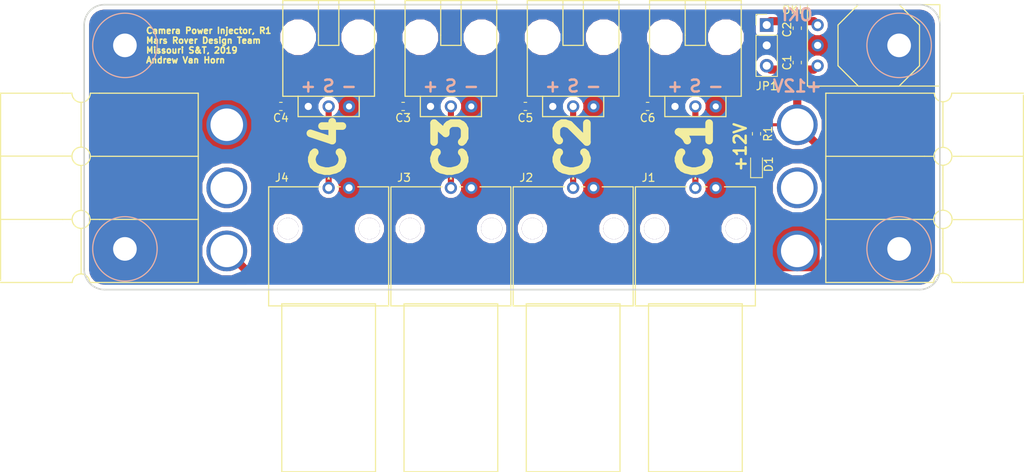
<source format=kicad_pcb>
(kicad_pcb (version 20171130) (host pcbnew "(5.0.2)-1")

  (general
    (thickness 1.6)
    (drawings 28)
    (tracks 26)
    (zones 0)
    (modules 24)
    (nets 10)
  )

  (page A4)
  (layers
    (0 F.Cu signal)
    (31 B.Cu signal)
    (32 B.Adhes user)
    (33 F.Adhes user)
    (34 B.Paste user)
    (35 F.Paste user)
    (36 B.SilkS user)
    (37 F.SilkS user)
    (38 B.Mask user)
    (39 F.Mask user)
    (40 Dwgs.User user)
    (41 Cmts.User user)
    (42 Eco1.User user)
    (43 Eco2.User user)
    (44 Edge.Cuts user)
    (45 Margin user)
    (46 B.CrtYd user)
    (47 F.CrtYd user)
    (48 B.Fab user)
    (49 F.Fab user)
  )

  (setup
    (last_trace_width 0.381)
    (user_trace_width 0.381)
    (user_trace_width 0.762)
    (user_trace_width 1.016)
    (user_trace_width 1.27)
    (trace_clearance 0.2)
    (zone_clearance 0.508)
    (zone_45_only no)
    (trace_min 0.2)
    (segment_width 0.2)
    (edge_width 0.2)
    (via_size 0.8)
    (via_drill 0.4)
    (via_min_size 0.4)
    (via_min_drill 0.3)
    (uvia_size 0.3)
    (uvia_drill 0.1)
    (uvias_allowed no)
    (uvia_min_size 0.2)
    (uvia_min_drill 0.1)
    (pcb_text_width 0.3)
    (pcb_text_size 1.5 1.5)
    (mod_edge_width 0.15)
    (mod_text_size 1 1)
    (mod_text_width 0.15)
    (pad_size 1.524 1.524)
    (pad_drill 0.762)
    (pad_to_mask_clearance 0.051)
    (solder_mask_min_width 0.25)
    (aux_axis_origin 0 0)
    (visible_elements FFFFFF7F)
    (pcbplotparams
      (layerselection 0x010fc_ffffffff)
      (usegerberextensions false)
      (usegerberattributes false)
      (usegerberadvancedattributes false)
      (creategerberjobfile false)
      (excludeedgelayer true)
      (linewidth 0.100000)
      (plotframeref false)
      (viasonmask false)
      (mode 1)
      (useauxorigin false)
      (hpglpennumber 1)
      (hpglpenspeed 20)
      (hpglpendiameter 15.000000)
      (psnegative false)
      (psa4output false)
      (plotreference true)
      (plotvalue true)
      (plotinvisibletext false)
      (padsonsilk false)
      (subtractmaskfromsilk false)
      (outputformat 1)
      (mirror false)
      (drillshape 1)
      (scaleselection 1)
      (outputdirectory ""))
  )

  (net 0 "")
  (net 1 GND)
  (net 2 VDDA)
  (net 3 VDDF)
  (net 4 VCOM)
  (net 5 C1_Sig)
  (net 6 C2_Sig)
  (net 7 C3_Sig)
  (net 8 C4_Sig)
  (net 9 "Net-(D1-Pad2)")

  (net_class Default "This is the default net class."
    (clearance 0.2)
    (trace_width 0.25)
    (via_dia 0.8)
    (via_drill 0.4)
    (uvia_dia 0.3)
    (uvia_drill 0.1)
    (add_net C1_Sig)
    (add_net C2_Sig)
    (add_net C3_Sig)
    (add_net C4_Sig)
    (add_net GND)
    (add_net "Net-(D1-Pad2)")
    (add_net VCOM)
    (add_net VDDA)
    (add_net VDDF)
  )

  (module MRDT_Drill_Holes:4_40_Hole (layer B.Cu) (tedit 5B784972) (tstamp 5CB177B0)
    (at 147.32 101.6)
    (fp_text reference REF** (at -0.00508 -0.50508) (layer B.SilkS) hide
      (effects (font (size 1 1) (thickness 0.15)) (justify mirror))
    )
    (fp_text value 4_40_Hole (at -0.00508 0.49492) (layer B.Fab) hide
      (effects (font (size 1 1) (thickness 0.15)) (justify mirror))
    )
    (fp_circle (center 0 0) (end -0.00508 -4.01828) (layer B.SilkS) (width 0.15))
    (pad "" np_thru_hole circle (at 0 0) (size 2.9464 2.9464) (drill 2.9464) (layers *.Cu *.Mask))
  )

  (module MRDT_Drill_Holes:4_40_Hole (layer B.Cu) (tedit 5B784972) (tstamp 5CB177A6)
    (at 147.32 127)
    (fp_text reference REF** (at -0.00508 -0.50508) (layer B.SilkS) hide
      (effects (font (size 1 1) (thickness 0.15)) (justify mirror))
    )
    (fp_text value 4_40_Hole (at -0.00508 0.49492) (layer B.Fab) hide
      (effects (font (size 1 1) (thickness 0.15)) (justify mirror))
    )
    (fp_circle (center 0 0) (end -0.00508 -4.01828) (layer B.SilkS) (width 0.15))
    (pad "" np_thru_hole circle (at 0 0) (size 2.9464 2.9464) (drill 2.9464) (layers *.Cu *.Mask))
  )

  (module MRDT_Drill_Holes:4_40_Hole (layer B.Cu) (tedit 5B784972) (tstamp 5CB1779C)
    (at 50.8 127)
    (fp_text reference REF** (at -0.00508 -0.50508) (layer B.SilkS) hide
      (effects (font (size 1 1) (thickness 0.15)) (justify mirror))
    )
    (fp_text value 4_40_Hole (at -0.00508 0.49492) (layer B.Fab) hide
      (effects (font (size 1 1) (thickness 0.15)) (justify mirror))
    )
    (fp_circle (center 0 0) (end -0.00508 -4.01828) (layer B.SilkS) (width 0.15))
    (pad "" np_thru_hole circle (at 0 0) (size 2.9464 2.9464) (drill 2.9464) (layers *.Cu *.Mask))
  )

  (module Capacitor_SMD:C_0603_1608Metric_Pad1.05x0.95mm_HandSolder (layer F.Cu) (tedit 5B301BBE) (tstamp 5CB0A03A)
    (at 134.62 103.745 90)
    (descr "Capacitor SMD 0603 (1608 Metric), square (rectangular) end terminal, IPC_7351 nominal with elongated pad for handsoldering. (Body size source: http://www.tortai-tech.com/upload/download/2011102023233369053.pdf), generated with kicad-footprint-generator")
    (tags "capacitor handsolder")
    (path /5CA41507)
    (attr smd)
    (fp_text reference C1 (at 0 -1.27 90) (layer F.SilkS)
      (effects (font (size 1 1) (thickness 0.15)))
    )
    (fp_text value 10u (at 0 1.43 90) (layer F.Fab)
      (effects (font (size 1 1) (thickness 0.15)))
    )
    (fp_text user %R (at 0 0 90) (layer F.Fab)
      (effects (font (size 0.4 0.4) (thickness 0.06)))
    )
    (fp_line (start 1.65 0.73) (end -1.65 0.73) (layer F.CrtYd) (width 0.05))
    (fp_line (start 1.65 -0.73) (end 1.65 0.73) (layer F.CrtYd) (width 0.05))
    (fp_line (start -1.65 -0.73) (end 1.65 -0.73) (layer F.CrtYd) (width 0.05))
    (fp_line (start -1.65 0.73) (end -1.65 -0.73) (layer F.CrtYd) (width 0.05))
    (fp_line (start -0.171267 0.51) (end 0.171267 0.51) (layer F.SilkS) (width 0.12))
    (fp_line (start -0.171267 -0.51) (end 0.171267 -0.51) (layer F.SilkS) (width 0.12))
    (fp_line (start 0.8 0.4) (end -0.8 0.4) (layer F.Fab) (width 0.1))
    (fp_line (start 0.8 -0.4) (end 0.8 0.4) (layer F.Fab) (width 0.1))
    (fp_line (start -0.8 -0.4) (end 0.8 -0.4) (layer F.Fab) (width 0.1))
    (fp_line (start -0.8 0.4) (end -0.8 -0.4) (layer F.Fab) (width 0.1))
    (pad 2 smd roundrect (at 0.875 0 90) (size 1.05 0.95) (layers F.Cu F.Paste F.Mask) (roundrect_rratio 0.25)
      (net 1 GND))
    (pad 1 smd roundrect (at -0.875 0 90) (size 1.05 0.95) (layers F.Cu F.Paste F.Mask) (roundrect_rratio 0.25)
      (net 2 VDDA))
    (model ${KISYS3DMOD}/Capacitor_SMD.3dshapes/C_0603_1608Metric.wrl
      (at (xyz 0 0 0))
      (scale (xyz 1 1 1))
      (rotate (xyz 0 0 0))
    )
  )

  (module Capacitor_SMD:C_0603_1608Metric_Pad1.05x0.95mm_HandSolder (layer F.Cu) (tedit 5B301BBE) (tstamp 5CB0A04B)
    (at 134.62 99.455 270)
    (descr "Capacitor SMD 0603 (1608 Metric), square (rectangular) end terminal, IPC_7351 nominal with elongated pad for handsoldering. (Body size source: http://www.tortai-tech.com/upload/download/2011102023233369053.pdf), generated with kicad-footprint-generator")
    (tags "capacitor handsolder")
    (path /5CA414D5)
    (attr smd)
    (fp_text reference C2 (at 0.171267 1.27 270) (layer F.SilkS)
      (effects (font (size 1 1) (thickness 0.15)))
    )
    (fp_text value 10u (at 0 1.43 270) (layer F.Fab)
      (effects (font (size 1 1) (thickness 0.15)))
    )
    (fp_line (start -0.8 0.4) (end -0.8 -0.4) (layer F.Fab) (width 0.1))
    (fp_line (start -0.8 -0.4) (end 0.8 -0.4) (layer F.Fab) (width 0.1))
    (fp_line (start 0.8 -0.4) (end 0.8 0.4) (layer F.Fab) (width 0.1))
    (fp_line (start 0.8 0.4) (end -0.8 0.4) (layer F.Fab) (width 0.1))
    (fp_line (start -0.171267 -0.51) (end 0.171267 -0.51) (layer F.SilkS) (width 0.12))
    (fp_line (start -0.171267 0.51) (end 0.171267 0.51) (layer F.SilkS) (width 0.12))
    (fp_line (start -1.65 0.73) (end -1.65 -0.73) (layer F.CrtYd) (width 0.05))
    (fp_line (start -1.65 -0.73) (end 1.65 -0.73) (layer F.CrtYd) (width 0.05))
    (fp_line (start 1.65 -0.73) (end 1.65 0.73) (layer F.CrtYd) (width 0.05))
    (fp_line (start 1.65 0.73) (end -1.65 0.73) (layer F.CrtYd) (width 0.05))
    (fp_text user %R (at 0 0 270) (layer F.Fab)
      (effects (font (size 0.4 0.4) (thickness 0.06)))
    )
    (pad 1 smd roundrect (at -0.875 0 270) (size 1.05 0.95) (layers F.Cu F.Paste F.Mask) (roundrect_rratio 0.25)
      (net 3 VDDF))
    (pad 2 smd roundrect (at 0.875 0 270) (size 1.05 0.95) (layers F.Cu F.Paste F.Mask) (roundrect_rratio 0.25)
      (net 1 GND))
    (model ${KISYS3DMOD}/Capacitor_SMD.3dshapes/C_0603_1608Metric.wrl
      (at (xyz 0 0 0))
      (scale (xyz 1 1 1))
      (rotate (xyz 0 0 0))
    )
  )

  (module Capacitor_SMD:C_0603_1608Metric_Pad1.05x0.95mm_HandSolder (layer F.Cu) (tedit 5B301BBE) (tstamp 5CB0A05C)
    (at 85.485 109.22 180)
    (descr "Capacitor SMD 0603 (1608 Metric), square (rectangular) end terminal, IPC_7351 nominal with elongated pad for handsoldering. (Body size source: http://www.tortai-tech.com/upload/download/2011102023233369053.pdf), generated with kicad-footprint-generator")
    (tags "capacitor handsolder")
    (path /5CA460E9)
    (attr smd)
    (fp_text reference C3 (at 0 -1.43 180) (layer F.SilkS)
      (effects (font (size 1 1) (thickness 0.15)))
    )
    (fp_text value 10u (at 0 1.43 180) (layer F.Fab)
      (effects (font (size 1 1) (thickness 0.15)))
    )
    (fp_line (start -0.8 0.4) (end -0.8 -0.4) (layer F.Fab) (width 0.1))
    (fp_line (start -0.8 -0.4) (end 0.8 -0.4) (layer F.Fab) (width 0.1))
    (fp_line (start 0.8 -0.4) (end 0.8 0.4) (layer F.Fab) (width 0.1))
    (fp_line (start 0.8 0.4) (end -0.8 0.4) (layer F.Fab) (width 0.1))
    (fp_line (start -0.171267 -0.51) (end 0.171267 -0.51) (layer F.SilkS) (width 0.12))
    (fp_line (start -0.171267 0.51) (end 0.171267 0.51) (layer F.SilkS) (width 0.12))
    (fp_line (start -1.65 0.73) (end -1.65 -0.73) (layer F.CrtYd) (width 0.05))
    (fp_line (start -1.65 -0.73) (end 1.65 -0.73) (layer F.CrtYd) (width 0.05))
    (fp_line (start 1.65 -0.73) (end 1.65 0.73) (layer F.CrtYd) (width 0.05))
    (fp_line (start 1.65 0.73) (end -1.65 0.73) (layer F.CrtYd) (width 0.05))
    (fp_text user %R (at 0 0 180) (layer F.Fab)
      (effects (font (size 0.4 0.4) (thickness 0.06)))
    )
    (pad 1 smd roundrect (at -0.875 0 180) (size 1.05 0.95) (layers F.Cu F.Paste F.Mask) (roundrect_rratio 0.25)
      (net 4 VCOM))
    (pad 2 smd roundrect (at 0.875 0 180) (size 1.05 0.95) (layers F.Cu F.Paste F.Mask) (roundrect_rratio 0.25)
      (net 1 GND))
    (model ${KISYS3DMOD}/Capacitor_SMD.3dshapes/C_0603_1608Metric.wrl
      (at (xyz 0 0 0))
      (scale (xyz 1 1 1))
      (rotate (xyz 0 0 0))
    )
  )

  (module Capacitor_SMD:C_0603_1608Metric_Pad1.05x0.95mm_HandSolder (layer F.Cu) (tedit 5B301BBE) (tstamp 5CB0A06D)
    (at 70.245 109.22 180)
    (descr "Capacitor SMD 0603 (1608 Metric), square (rectangular) end terminal, IPC_7351 nominal with elongated pad for handsoldering. (Body size source: http://www.tortai-tech.com/upload/download/2011102023233369053.pdf), generated with kicad-footprint-generator")
    (tags "capacitor handsolder")
    (path /5CA48500)
    (attr smd)
    (fp_text reference C4 (at 0 -1.43 180) (layer F.SilkS)
      (effects (font (size 1 1) (thickness 0.15)))
    )
    (fp_text value 10u (at 0 1.43 180) (layer F.Fab)
      (effects (font (size 1 1) (thickness 0.15)))
    )
    (fp_text user %R (at 0 0 180) (layer F.Fab)
      (effects (font (size 0.4 0.4) (thickness 0.06)))
    )
    (fp_line (start 1.65 0.73) (end -1.65 0.73) (layer F.CrtYd) (width 0.05))
    (fp_line (start 1.65 -0.73) (end 1.65 0.73) (layer F.CrtYd) (width 0.05))
    (fp_line (start -1.65 -0.73) (end 1.65 -0.73) (layer F.CrtYd) (width 0.05))
    (fp_line (start -1.65 0.73) (end -1.65 -0.73) (layer F.CrtYd) (width 0.05))
    (fp_line (start -0.171267 0.51) (end 0.171267 0.51) (layer F.SilkS) (width 0.12))
    (fp_line (start -0.171267 -0.51) (end 0.171267 -0.51) (layer F.SilkS) (width 0.12))
    (fp_line (start 0.8 0.4) (end -0.8 0.4) (layer F.Fab) (width 0.1))
    (fp_line (start 0.8 -0.4) (end 0.8 0.4) (layer F.Fab) (width 0.1))
    (fp_line (start -0.8 -0.4) (end 0.8 -0.4) (layer F.Fab) (width 0.1))
    (fp_line (start -0.8 0.4) (end -0.8 -0.4) (layer F.Fab) (width 0.1))
    (pad 2 smd roundrect (at 0.875 0 180) (size 1.05 0.95) (layers F.Cu F.Paste F.Mask) (roundrect_rratio 0.25)
      (net 1 GND))
    (pad 1 smd roundrect (at -0.875 0 180) (size 1.05 0.95) (layers F.Cu F.Paste F.Mask) (roundrect_rratio 0.25)
      (net 4 VCOM))
    (model ${KISYS3DMOD}/Capacitor_SMD.3dshapes/C_0603_1608Metric.wrl
      (at (xyz 0 0 0))
      (scale (xyz 1 1 1))
      (rotate (xyz 0 0 0))
    )
  )

  (module Capacitor_SMD:C_0603_1608Metric_Pad1.05x0.95mm_HandSolder (layer F.Cu) (tedit 5B301BBE) (tstamp 5CB0A07E)
    (at 100.725 109.22 180)
    (descr "Capacitor SMD 0603 (1608 Metric), square (rectangular) end terminal, IPC_7351 nominal with elongated pad for handsoldering. (Body size source: http://www.tortai-tech.com/upload/download/2011102023233369053.pdf), generated with kicad-footprint-generator")
    (tags "capacitor handsolder")
    (path /5CA48604)
    (attr smd)
    (fp_text reference C5 (at 0 -1.43 180) (layer F.SilkS)
      (effects (font (size 1 1) (thickness 0.15)))
    )
    (fp_text value 10u (at 0 1.43 180) (layer F.Fab)
      (effects (font (size 1 1) (thickness 0.15)))
    )
    (fp_line (start -0.8 0.4) (end -0.8 -0.4) (layer F.Fab) (width 0.1))
    (fp_line (start -0.8 -0.4) (end 0.8 -0.4) (layer F.Fab) (width 0.1))
    (fp_line (start 0.8 -0.4) (end 0.8 0.4) (layer F.Fab) (width 0.1))
    (fp_line (start 0.8 0.4) (end -0.8 0.4) (layer F.Fab) (width 0.1))
    (fp_line (start -0.171267 -0.51) (end 0.171267 -0.51) (layer F.SilkS) (width 0.12))
    (fp_line (start -0.171267 0.51) (end 0.171267 0.51) (layer F.SilkS) (width 0.12))
    (fp_line (start -1.65 0.73) (end -1.65 -0.73) (layer F.CrtYd) (width 0.05))
    (fp_line (start -1.65 -0.73) (end 1.65 -0.73) (layer F.CrtYd) (width 0.05))
    (fp_line (start 1.65 -0.73) (end 1.65 0.73) (layer F.CrtYd) (width 0.05))
    (fp_line (start 1.65 0.73) (end -1.65 0.73) (layer F.CrtYd) (width 0.05))
    (fp_text user %R (at 0 0 180) (layer F.Fab)
      (effects (font (size 0.4 0.4) (thickness 0.06)))
    )
    (pad 1 smd roundrect (at -0.875 0 180) (size 1.05 0.95) (layers F.Cu F.Paste F.Mask) (roundrect_rratio 0.25)
      (net 4 VCOM))
    (pad 2 smd roundrect (at 0.875 0 180) (size 1.05 0.95) (layers F.Cu F.Paste F.Mask) (roundrect_rratio 0.25)
      (net 1 GND))
    (model ${KISYS3DMOD}/Capacitor_SMD.3dshapes/C_0603_1608Metric.wrl
      (at (xyz 0 0 0))
      (scale (xyz 1 1 1))
      (rotate (xyz 0 0 0))
    )
  )

  (module Capacitor_SMD:C_0603_1608Metric_Pad1.05x0.95mm_HandSolder (layer F.Cu) (tedit 5B301BBE) (tstamp 5CB0A08F)
    (at 115.965 109.22 180)
    (descr "Capacitor SMD 0603 (1608 Metric), square (rectangular) end terminal, IPC_7351 nominal with elongated pad for handsoldering. (Body size source: http://www.tortai-tech.com/upload/download/2011102023233369053.pdf), generated with kicad-footprint-generator")
    (tags "capacitor handsolder")
    (path /5CA486E8)
    (attr smd)
    (fp_text reference C6 (at 0 -1.43 180) (layer F.SilkS)
      (effects (font (size 1 1) (thickness 0.15)))
    )
    (fp_text value 10u (at 0 1.43 180) (layer F.Fab)
      (effects (font (size 1 1) (thickness 0.15)))
    )
    (fp_text user %R (at 0 0 180) (layer F.Fab)
      (effects (font (size 0.4 0.4) (thickness 0.06)))
    )
    (fp_line (start 1.65 0.73) (end -1.65 0.73) (layer F.CrtYd) (width 0.05))
    (fp_line (start 1.65 -0.73) (end 1.65 0.73) (layer F.CrtYd) (width 0.05))
    (fp_line (start -1.65 -0.73) (end 1.65 -0.73) (layer F.CrtYd) (width 0.05))
    (fp_line (start -1.65 0.73) (end -1.65 -0.73) (layer F.CrtYd) (width 0.05))
    (fp_line (start -0.171267 0.51) (end 0.171267 0.51) (layer F.SilkS) (width 0.12))
    (fp_line (start -0.171267 -0.51) (end 0.171267 -0.51) (layer F.SilkS) (width 0.12))
    (fp_line (start 0.8 0.4) (end -0.8 0.4) (layer F.Fab) (width 0.1))
    (fp_line (start 0.8 -0.4) (end 0.8 0.4) (layer F.Fab) (width 0.1))
    (fp_line (start -0.8 -0.4) (end 0.8 -0.4) (layer F.Fab) (width 0.1))
    (fp_line (start -0.8 0.4) (end -0.8 -0.4) (layer F.Fab) (width 0.1))
    (pad 2 smd roundrect (at 0.875 0 180) (size 1.05 0.95) (layers F.Cu F.Paste F.Mask) (roundrect_rratio 0.25)
      (net 1 GND))
    (pad 1 smd roundrect (at -0.875 0 180) (size 1.05 0.95) (layers F.Cu F.Paste F.Mask) (roundrect_rratio 0.25)
      (net 4 VCOM))
    (model ${KISYS3DMOD}/Capacitor_SMD.3dshapes/C_0603_1608Metric.wrl
      (at (xyz 0 0 0))
      (scale (xyz 1 1 1))
      (rotate (xyz 0 0 0))
    )
  )

  (module MRDT_Connectors:Anderson_3_Horizontal_Side_by_Side (layer F.Cu) (tedit 5C22EE3C) (tstamp 5CB0A0B2)
    (at 138.176 107.569 180)
    (path /5CA3DEAD)
    (fp_text reference Conn1 (at -2.032 0.762 180) (layer F.SilkS) hide
      (effects (font (size 1 1) (thickness 0.15)))
    )
    (fp_text value AndersonPP (at -12.8905 -24.638 180) (layer F.Fab)
      (effects (font (size 1 1) (thickness 0.15)))
    )
    (fp_line (start -0.004 0) (end -0.004 -23.624) (layer F.SilkS) (width 0.15))
    (fp_line (start -24.642 -0.252) (end -24.642 -23.624) (layer F.SilkS) (width 0.15))
    (fp_line (start -12.319 -23.622) (end 0 -23.622) (layer F.SilkS) (width 0.15))
    (fp_line (start -24.638 -23.622) (end -16.891 -23.622) (layer F.SilkS) (width 0.15))
    (fp_line (start -16.891 -7.874) (end -24.638 -7.874) (layer F.SilkS) (width 0.15))
    (fp_line (start -12.319 -7.874) (end 0 -7.874) (layer F.SilkS) (width 0.15))
    (fp_circle (center -14.605 -15.748) (end -14.605 -14.605) (layer F.SilkS) (width 0.15))
    (fp_line (start -14.605 -18.034) (end -14.605 -21.3106) (layer F.SilkS) (width 0.15))
    (fp_line (start -12.319 -15.748) (end 0 -15.748) (layer F.SilkS) (width 0.15))
    (fp_line (start -14.605 -13.462) (end -14.605 -10.16) (layer F.SilkS) (width 0.15))
    (fp_line (start -12.319 -15.748) (end -13.462 -15.748) (layer F.SilkS) (width 0.15))
    (fp_line (start -14.605 -18.034) (end -14.605 -16.891) (layer F.SilkS) (width 0.15))
    (fp_line (start -24.638 -15.7734) (end -15.748 -15.7734) (layer F.SilkS) (width 0.15))
    (fp_line (start -14.605 -13.462) (end -14.605 -14.605) (layer F.SilkS) (width 0.15))
    (fp_line (start -14.605 -22.479) (end -14.605 -21.3106) (layer F.SilkS) (width 0.15))
    (fp_line (start -12.3444 -23.622) (end -13.4366 -23.622) (layer F.SilkS) (width 0.15))
    (fp_line (start -16.9164 -7.874) (end -15.748 -7.874) (layer F.SilkS) (width 0.15))
    (fp_line (start -14.605 -10.1854) (end -14.605 -9.017) (layer F.SilkS) (width 0.15))
    (fp_line (start -12.2936 -7.874) (end -13.4874 -7.874) (layer F.SilkS) (width 0.15))
    (fp_arc (start -14.605 -23.622) (end -14.605 -22.479) (angle 90) (layer F.SilkS) (width 0.15))
    (fp_arc (start -14.605 -23.622) (end -13.462 -23.622) (angle 90) (layer F.SilkS) (width 0.15))
    (fp_line (start -15.748 -23.622) (end -16.9672 -23.622) (layer F.SilkS) (width 0.15))
    (fp_line (start -13.4874 0) (end -0.004 0) (layer F.SilkS) (width 0.15))
    (fp_line (start -15.748 0) (end -24.638 0) (layer F.SilkS) (width 0.15))
    (fp_circle (center -14.605 -7.874) (end -13.4874 -7.874) (layer F.SilkS) (width 0.15))
    (fp_arc (start -14.6304 0) (end -15.6972 0) (angle 90) (layer F.SilkS) (width 0.15))
    (fp_arc (start -14.605 0) (end -14.605 -1.0668) (angle 90) (layer F.SilkS) (width 0.15))
    (fp_line (start -14.605 -6.7056) (end -14.605 -1.143) (layer F.SilkS) (width 0.15))
    (pad 1 thru_hole circle (at 3.556 -19.685 180) (size 5.08 5.08) (drill 4.06) (layers *.Cu *.Mask F.Paste)
      (net 1 GND))
    (pad 2 thru_hole circle (at 3.556 -11.811 180) (size 5.08 5.08) (drill 4.06) (layers *.Cu *.Mask F.Paste))
    (pad 3 thru_hole circle (at 3.556 -3.937 180) (size 5.08 5.08) (drill 4.06) (layers *.Cu *.Mask F.Paste)
      (net 2 VDDA))
    (model "${MRDT_KICAD_LIBRARIES}/3D Files/MRDT_Connctors/Anderson_3_Horizontal_Side_by_Side.stp"
      (offset (xyz 0 0 7.619999885559082))
      (scale (xyz 1 1 1))
      (rotate (xyz 180 0 180))
    )
  )

  (module MRDT_Connectors:MOLEX_SL_03_Horizontal (layer F.Cu) (tedit 5C675A44) (tstamp 5CB0A0C8)
    (at 121.92 109.22)
    (path /5CA3EEA1)
    (fp_text reference Conn2 (at -1.27 2.54) (layer F.SilkS) hide
      (effects (font (size 1 1) (thickness 0.15)))
    )
    (fp_text value Molex_SL_03 (at 0.635 2.032) (layer F.Fab)
      (effects (font (size 1 1) (thickness 0.15)))
    )
    (fp_line (start -3.81 1.27) (end -3.81 -1.27) (layer F.SilkS) (width 0.15))
    (fp_line (start 3.81 -1.27) (end 3.81 1.27) (layer F.SilkS) (width 0.15))
    (fp_line (start -1.27 -8.89) (end -1.27 -12.7) (layer F.SilkS) (width 0.15))
    (fp_line (start -1.27 -8.89) (end -1.27 -7.62) (layer F.SilkS) (width 0.15))
    (fp_line (start -3.81 -1.27) (end -5.715 -1.27) (layer F.SilkS) (width 0.15))
    (fp_line (start -5.715 -1.27) (end -5.715 -13.208) (layer F.SilkS) (width 0.15))
    (fp_line (start -1.27 -13.208) (end -1.27 -12.7) (layer F.SilkS) (width 0.15))
    (fp_line (start 5.715 -1.27) (end 5.715 -13.208) (layer F.SilkS) (width 0.15))
    (fp_line (start 1.27 -13.208) (end 1.27 -7.62) (layer F.SilkS) (width 0.15))
    (fp_line (start 3.81 1.27) (end -3.81 1.27) (layer F.SilkS) (width 0.15))
    (fp_line (start 5.715 -1.27) (end -3.81 -1.27) (layer F.SilkS) (width 0.15))
    (fp_line (start 5.715 -13.208) (end -5.715 -13.208) (layer F.SilkS) (width 0.15))
    (fp_line (start 1.27 -7.62) (end -1.27 -7.62) (layer F.SilkS) (width 0.15))
    (pad "" np_thru_hole circle (at 3.81 -8.636) (size 3.45 3.45) (drill 3.45) (layers *.Cu *.Mask))
    (pad "" np_thru_hole circle (at -3.81 -8.636) (size 3.45 3.45) (drill 3.45) (layers *.Cu *.Mask))
    (pad 3 thru_hole circle (at 2.54 0) (size 1.524 1.524) (drill 0.762) (layers *.Cu *.Mask)
      (net 1 GND))
    (pad 2 thru_hole circle (at 0 0) (size 1.524 1.524) (drill 0.9) (layers *.Cu *.Mask)
      (net 5 C1_Sig))
    (pad 1 thru_hole circle (at -2.54 0) (size 1.524 1.524) (drill 0.9) (layers *.Cu *.Mask)
      (net 4 VCOM))
    (model "${MRDT_KICAD_LIBRARIES}/3D Files/MRDT_Connctors/Molex_SL_03_Horizontal.stp"
      (offset (xyz 5.079999923706055 12.95399980545044 0))
      (scale (xyz 1 1 1))
      (rotate (xyz 0 0 180))
    )
  )

  (module MRDT_Connectors:MOLEX_SL_03_Horizontal (layer F.Cu) (tedit 5C675A44) (tstamp 5CB0A0DE)
    (at 106.68 109.22)
    (path /5CA3EE89)
    (fp_text reference Conn3 (at -1.27 2.54) (layer F.SilkS) hide
      (effects (font (size 1 1) (thickness 0.15)))
    )
    (fp_text value Molex_SL_03 (at 0.635 2.032) (layer F.Fab)
      (effects (font (size 1 1) (thickness 0.15)))
    )
    (fp_line (start 1.27 -7.62) (end -1.27 -7.62) (layer F.SilkS) (width 0.15))
    (fp_line (start 5.715 -13.208) (end -5.715 -13.208) (layer F.SilkS) (width 0.15))
    (fp_line (start 5.715 -1.27) (end -3.81 -1.27) (layer F.SilkS) (width 0.15))
    (fp_line (start 3.81 1.27) (end -3.81 1.27) (layer F.SilkS) (width 0.15))
    (fp_line (start 1.27 -13.208) (end 1.27 -7.62) (layer F.SilkS) (width 0.15))
    (fp_line (start 5.715 -1.27) (end 5.715 -13.208) (layer F.SilkS) (width 0.15))
    (fp_line (start -1.27 -13.208) (end -1.27 -12.7) (layer F.SilkS) (width 0.15))
    (fp_line (start -5.715 -1.27) (end -5.715 -13.208) (layer F.SilkS) (width 0.15))
    (fp_line (start -3.81 -1.27) (end -5.715 -1.27) (layer F.SilkS) (width 0.15))
    (fp_line (start -1.27 -8.89) (end -1.27 -7.62) (layer F.SilkS) (width 0.15))
    (fp_line (start -1.27 -8.89) (end -1.27 -12.7) (layer F.SilkS) (width 0.15))
    (fp_line (start 3.81 -1.27) (end 3.81 1.27) (layer F.SilkS) (width 0.15))
    (fp_line (start -3.81 1.27) (end -3.81 -1.27) (layer F.SilkS) (width 0.15))
    (pad 1 thru_hole circle (at -2.54 0) (size 1.524 1.524) (drill 0.9) (layers *.Cu *.Mask)
      (net 4 VCOM))
    (pad 2 thru_hole circle (at 0 0) (size 1.524 1.524) (drill 0.9) (layers *.Cu *.Mask)
      (net 6 C2_Sig))
    (pad 3 thru_hole circle (at 2.54 0) (size 1.524 1.524) (drill 0.762) (layers *.Cu *.Mask)
      (net 1 GND))
    (pad "" np_thru_hole circle (at -3.81 -8.636) (size 3.45 3.45) (drill 3.45) (layers *.Cu *.Mask))
    (pad "" np_thru_hole circle (at 3.81 -8.636) (size 3.45 3.45) (drill 3.45) (layers *.Cu *.Mask))
    (model "${MRDT_KICAD_LIBRARIES}/3D Files/MRDT_Connctors/Molex_SL_03_Horizontal.stp"
      (offset (xyz 5.079999923706055 12.95399980545044 0))
      (scale (xyz 1 1 1))
      (rotate (xyz 0 0 180))
    )
  )

  (module MRDT_Connectors:MOLEX_SL_03_Horizontal (layer F.Cu) (tedit 5C675A44) (tstamp 5CB0A0F4)
    (at 91.44 109.22)
    (path /5CA3ECB5)
    (fp_text reference Conn4 (at -1.27 2.54) (layer F.SilkS) hide
      (effects (font (size 1 1) (thickness 0.15)))
    )
    (fp_text value Molex_SL_03 (at 0.635 2.032) (layer F.Fab)
      (effects (font (size 1 1) (thickness 0.15)))
    )
    (fp_line (start -3.81 1.27) (end -3.81 -1.27) (layer F.SilkS) (width 0.15))
    (fp_line (start 3.81 -1.27) (end 3.81 1.27) (layer F.SilkS) (width 0.15))
    (fp_line (start -1.27 -8.89) (end -1.27 -12.7) (layer F.SilkS) (width 0.15))
    (fp_line (start -1.27 -8.89) (end -1.27 -7.62) (layer F.SilkS) (width 0.15))
    (fp_line (start -3.81 -1.27) (end -5.715 -1.27) (layer F.SilkS) (width 0.15))
    (fp_line (start -5.715 -1.27) (end -5.715 -13.208) (layer F.SilkS) (width 0.15))
    (fp_line (start -1.27 -13.208) (end -1.27 -12.7) (layer F.SilkS) (width 0.15))
    (fp_line (start 5.715 -1.27) (end 5.715 -13.208) (layer F.SilkS) (width 0.15))
    (fp_line (start 1.27 -13.208) (end 1.27 -7.62) (layer F.SilkS) (width 0.15))
    (fp_line (start 3.81 1.27) (end -3.81 1.27) (layer F.SilkS) (width 0.15))
    (fp_line (start 5.715 -1.27) (end -3.81 -1.27) (layer F.SilkS) (width 0.15))
    (fp_line (start 5.715 -13.208) (end -5.715 -13.208) (layer F.SilkS) (width 0.15))
    (fp_line (start 1.27 -7.62) (end -1.27 -7.62) (layer F.SilkS) (width 0.15))
    (pad "" np_thru_hole circle (at 3.81 -8.636) (size 3.45 3.45) (drill 3.45) (layers *.Cu *.Mask))
    (pad "" np_thru_hole circle (at -3.81 -8.636) (size 3.45 3.45) (drill 3.45) (layers *.Cu *.Mask))
    (pad 3 thru_hole circle (at 2.54 0) (size 1.524 1.524) (drill 0.762) (layers *.Cu *.Mask)
      (net 1 GND))
    (pad 2 thru_hole circle (at 0 0) (size 1.524 1.524) (drill 0.9) (layers *.Cu *.Mask)
      (net 7 C3_Sig))
    (pad 1 thru_hole circle (at -2.54 0) (size 1.524 1.524) (drill 0.9) (layers *.Cu *.Mask)
      (net 4 VCOM))
    (model "${MRDT_KICAD_LIBRARIES}/3D Files/MRDT_Connctors/Molex_SL_03_Horizontal.stp"
      (offset (xyz 5.079999923706055 12.95399980545044 0))
      (scale (xyz 1 1 1))
      (rotate (xyz 0 0 180))
    )
  )

  (module MRDT_Connectors:MOLEX_SL_03_Horizontal (layer F.Cu) (tedit 5C675A44) (tstamp 5CB0A10A)
    (at 76.2 109.22)
    (path /5CA3E09E)
    (fp_text reference Conn5 (at -1.27 2.54) (layer F.SilkS) hide
      (effects (font (size 1 1) (thickness 0.15)))
    )
    (fp_text value Molex_SL_03 (at 0.635 2.032) (layer F.Fab)
      (effects (font (size 1 1) (thickness 0.15)))
    )
    (fp_line (start 1.27 -7.62) (end -1.27 -7.62) (layer F.SilkS) (width 0.15))
    (fp_line (start 5.715 -13.208) (end -5.715 -13.208) (layer F.SilkS) (width 0.15))
    (fp_line (start 5.715 -1.27) (end -3.81 -1.27) (layer F.SilkS) (width 0.15))
    (fp_line (start 3.81 1.27) (end -3.81 1.27) (layer F.SilkS) (width 0.15))
    (fp_line (start 1.27 -13.208) (end 1.27 -7.62) (layer F.SilkS) (width 0.15))
    (fp_line (start 5.715 -1.27) (end 5.715 -13.208) (layer F.SilkS) (width 0.15))
    (fp_line (start -1.27 -13.208) (end -1.27 -12.7) (layer F.SilkS) (width 0.15))
    (fp_line (start -5.715 -1.27) (end -5.715 -13.208) (layer F.SilkS) (width 0.15))
    (fp_line (start -3.81 -1.27) (end -5.715 -1.27) (layer F.SilkS) (width 0.15))
    (fp_line (start -1.27 -8.89) (end -1.27 -7.62) (layer F.SilkS) (width 0.15))
    (fp_line (start -1.27 -8.89) (end -1.27 -12.7) (layer F.SilkS) (width 0.15))
    (fp_line (start 3.81 -1.27) (end 3.81 1.27) (layer F.SilkS) (width 0.15))
    (fp_line (start -3.81 1.27) (end -3.81 -1.27) (layer F.SilkS) (width 0.15))
    (pad 1 thru_hole circle (at -2.54 0) (size 1.524 1.524) (drill 0.9) (layers *.Cu *.Mask)
      (net 4 VCOM))
    (pad 2 thru_hole circle (at 0 0) (size 1.524 1.524) (drill 0.9) (layers *.Cu *.Mask)
      (net 8 C4_Sig))
    (pad 3 thru_hole circle (at 2.54 0) (size 1.524 1.524) (drill 0.762) (layers *.Cu *.Mask)
      (net 1 GND))
    (pad "" np_thru_hole circle (at -3.81 -8.636) (size 3.45 3.45) (drill 3.45) (layers *.Cu *.Mask))
    (pad "" np_thru_hole circle (at 3.81 -8.636) (size 3.45 3.45) (drill 3.45) (layers *.Cu *.Mask))
    (model "${MRDT_KICAD_LIBRARIES}/3D Files/MRDT_Connctors/Molex_SL_03_Horizontal.stp"
      (offset (xyz 5.079999923706055 12.95399980545044 0))
      (scale (xyz 1 1 1))
      (rotate (xyz 0 0 180))
    )
  )

  (module MRDT_Connectors:Anderson_3_Horizontal_Side_by_Side (layer F.Cu) (tedit 5C22EE3C) (tstamp 5CB0A12D)
    (at 59.944 131.191)
    (path /5CA5BEDD)
    (fp_text reference Conn6 (at -2.032 0.762) (layer F.SilkS) hide
      (effects (font (size 1 1) (thickness 0.15)))
    )
    (fp_text value AndersonPP (at -12.8905 -24.638) (layer F.Fab)
      (effects (font (size 1 1) (thickness 0.15)))
    )
    (fp_line (start -14.605 -6.7056) (end -14.605 -1.143) (layer F.SilkS) (width 0.15))
    (fp_arc (start -14.605 0) (end -14.605 -1.0668) (angle 90) (layer F.SilkS) (width 0.15))
    (fp_arc (start -14.6304 0) (end -15.6972 0) (angle 90) (layer F.SilkS) (width 0.15))
    (fp_circle (center -14.605 -7.874) (end -13.4874 -7.874) (layer F.SilkS) (width 0.15))
    (fp_line (start -15.748 0) (end -24.638 0) (layer F.SilkS) (width 0.15))
    (fp_line (start -13.4874 0) (end -0.004 0) (layer F.SilkS) (width 0.15))
    (fp_line (start -15.748 -23.622) (end -16.9672 -23.622) (layer F.SilkS) (width 0.15))
    (fp_arc (start -14.605 -23.622) (end -13.462 -23.622) (angle 90) (layer F.SilkS) (width 0.15))
    (fp_arc (start -14.605 -23.622) (end -14.605 -22.479) (angle 90) (layer F.SilkS) (width 0.15))
    (fp_line (start -12.2936 -7.874) (end -13.4874 -7.874) (layer F.SilkS) (width 0.15))
    (fp_line (start -14.605 -10.1854) (end -14.605 -9.017) (layer F.SilkS) (width 0.15))
    (fp_line (start -16.9164 -7.874) (end -15.748 -7.874) (layer F.SilkS) (width 0.15))
    (fp_line (start -12.3444 -23.622) (end -13.4366 -23.622) (layer F.SilkS) (width 0.15))
    (fp_line (start -14.605 -22.479) (end -14.605 -21.3106) (layer F.SilkS) (width 0.15))
    (fp_line (start -14.605 -13.462) (end -14.605 -14.605) (layer F.SilkS) (width 0.15))
    (fp_line (start -24.638 -15.7734) (end -15.748 -15.7734) (layer F.SilkS) (width 0.15))
    (fp_line (start -14.605 -18.034) (end -14.605 -16.891) (layer F.SilkS) (width 0.15))
    (fp_line (start -12.319 -15.748) (end -13.462 -15.748) (layer F.SilkS) (width 0.15))
    (fp_line (start -14.605 -13.462) (end -14.605 -10.16) (layer F.SilkS) (width 0.15))
    (fp_line (start -12.319 -15.748) (end 0 -15.748) (layer F.SilkS) (width 0.15))
    (fp_line (start -14.605 -18.034) (end -14.605 -21.3106) (layer F.SilkS) (width 0.15))
    (fp_circle (center -14.605 -15.748) (end -14.605 -14.605) (layer F.SilkS) (width 0.15))
    (fp_line (start -12.319 -7.874) (end 0 -7.874) (layer F.SilkS) (width 0.15))
    (fp_line (start -16.891 -7.874) (end -24.638 -7.874) (layer F.SilkS) (width 0.15))
    (fp_line (start -24.638 -23.622) (end -16.891 -23.622) (layer F.SilkS) (width 0.15))
    (fp_line (start -12.319 -23.622) (end 0 -23.622) (layer F.SilkS) (width 0.15))
    (fp_line (start -24.642 -0.252) (end -24.642 -23.624) (layer F.SilkS) (width 0.15))
    (fp_line (start -0.004 0) (end -0.004 -23.624) (layer F.SilkS) (width 0.15))
    (pad 3 thru_hole circle (at 3.556 -3.937) (size 5.08 5.08) (drill 4.06) (layers *.Cu *.Mask F.Paste)
      (net 2 VDDA))
    (pad 2 thru_hole circle (at 3.556 -11.811) (size 5.08 5.08) (drill 4.06) (layers *.Cu *.Mask F.Paste))
    (pad 1 thru_hole circle (at 3.556 -19.685) (size 5.08 5.08) (drill 4.06) (layers *.Cu *.Mask F.Paste)
      (net 1 GND))
    (model "${MRDT_KICAD_LIBRARIES}/3D Files/MRDT_Connctors/Anderson_3_Horizontal_Side_by_Side.stp"
      (offset (xyz 0 0 7.619999885559082))
      (scale (xyz 1 1 1))
      (rotate (xyz 180 0 180))
    )
  )

  (module MRDT_Connectors:BNC_THT_Horizontal (layer F.Cu) (tedit 5CA3E8C3) (tstamp 5CB0A14C)
    (at 121.92 119.38 180)
    (path /5CA3E10B)
    (fp_text reference J1 (at 5.842 1.27 180) (layer F.SilkS)
      (effects (font (size 1 1) (thickness 0.15)))
    )
    (fp_text value Conn_Coaxial (at 0 2.794 180) (layer F.SilkS) hide
      (effects (font (size 1 1) (thickness 0.15)))
    )
    (fp_text user "Copyright 2016 Accelerated Designs. All rights reserved." (at 0 0 180) (layer Cmts.User)
      (effects (font (size 0.127 0.127) (thickness 0.002)))
    )
    (fp_line (start 0.635 0) (end 0 1.27) (layer Dwgs.User) (width 0.1524))
    (fp_line (start -0.635 0) (end 0 1.27) (layer Dwgs.User) (width 0.1524))
    (fp_line (start 0.089461 1.091079) (end 0 1.27) (layer F.SilkS) (width 0.1524))
    (fp_line (start -0.089461 1.091079) (end 0 1.27) (layer F.SilkS) (width 0.1524))
    (fp_line (start -5.842 -14.478) (end 5.842 -14.478) (layer F.SilkS) (width 0.1524))
    (fp_line (start 5.842 -14.478) (end 5.842 -35.433) (layer F.SilkS) (width 0.1524))
    (fp_line (start 5.842 -35.433) (end -5.842 -35.433) (layer F.SilkS) (width 0.1524))
    (fp_line (start -5.842 -35.433) (end -5.842 -14.478) (layer F.SilkS) (width 0.1524))
    (fp_line (start -5.715 -14.605) (end 5.715 -14.605) (layer Dwgs.User) (width 0.1524))
    (fp_line (start 5.715 -14.605) (end 5.715 -35.306) (layer Dwgs.User) (width 0.1524))
    (fp_line (start 5.715 -35.306) (end -5.715 -35.306) (layer Dwgs.User) (width 0.1524))
    (fp_line (start -5.715 -35.306) (end -5.715 -14.605) (layer Dwgs.User) (width 0.1524))
    (fp_line (start -7.4803 0.127) (end -3.627348 0.127) (layer F.SilkS) (width 0.1524))
    (fp_line (start 7.4803 0.127) (end 7.4803 -14.732) (layer F.SilkS) (width 0.1524))
    (fp_line (start 7.4803 -14.732) (end -7.4803 -14.732) (layer F.SilkS) (width 0.1524))
    (fp_line (start -7.4803 -14.732) (end -7.4803 0.127) (layer F.SilkS) (width 0.1524))
    (fp_line (start -7.3533 0) (end 7.3533 0) (layer Dwgs.User) (width 0.1524))
    (fp_line (start 7.3533 0) (end 7.3533 -14.605) (layer Dwgs.User) (width 0.1524))
    (fp_line (start 7.3533 -14.605) (end -7.3533 -14.605) (layer Dwgs.User) (width 0.1524))
    (fp_line (start -7.3533 -14.605) (end -7.3533 0) (layer Dwgs.User) (width 0.1524))
    (fp_line (start 1.087348 0.127) (end 7.4803 0.127) (layer F.SilkS) (width 0.1524))
    (fp_line (start -1.452652 0.127) (end -1.087348 0.127) (layer F.SilkS) (width 0.1524))
    (pad 1 thru_hole circle (at 0 0 180) (size 1.524 1.524) (drill 0.889) (layers *.Cu *.Mask)
      (net 5 C1_Sig))
    (pad 2 thru_hole circle (at -2.54 0 180) (size 1.524 1.524) (drill 0.889) (layers *.Cu *.Mask)
      (net 1 GND))
    (pad 3 thru_hole circle (at -5.08 -5.08 180) (size 2.6416 2.6416) (drill 2.6416) (layers *.Cu *.Mask))
    (pad 4 thru_hole circle (at 5.08 -5.08 180) (size 2.6416 2.6416) (drill 2.6416) (layers *.Cu *.Mask))
    (model "${MRDT_KICAD_LIBRARIES}/3D Files/MRDT_Connctors/BNC_Horizontal.stp"
      (offset (xyz 7.238999891281128 -1.269999980926514 0))
      (scale (xyz 1 1 1))
      (rotate (xyz 0 0 -90))
    )
  )

  (module MRDT_Connectors:BNC_THT_Horizontal (layer F.Cu) (tedit 5CA3E8C1) (tstamp 5CB0A16B)
    (at 106.68 119.38 180)
    (path /5CA3E2C6)
    (fp_text reference J2 (at 5.842 1.27 180) (layer F.SilkS)
      (effects (font (size 1 1) (thickness 0.15)))
    )
    (fp_text value Conn_Coaxial (at 0 2.794 180) (layer F.SilkS) hide
      (effects (font (size 1 1) (thickness 0.15)))
    )
    (fp_line (start -1.452652 0.127) (end -1.087348 0.127) (layer F.SilkS) (width 0.1524))
    (fp_line (start 1.087348 0.127) (end 7.4803 0.127) (layer F.SilkS) (width 0.1524))
    (fp_line (start -7.3533 -14.605) (end -7.3533 0) (layer Dwgs.User) (width 0.1524))
    (fp_line (start 7.3533 -14.605) (end -7.3533 -14.605) (layer Dwgs.User) (width 0.1524))
    (fp_line (start 7.3533 0) (end 7.3533 -14.605) (layer Dwgs.User) (width 0.1524))
    (fp_line (start -7.3533 0) (end 7.3533 0) (layer Dwgs.User) (width 0.1524))
    (fp_line (start -7.4803 -14.732) (end -7.4803 0.127) (layer F.SilkS) (width 0.1524))
    (fp_line (start 7.4803 -14.732) (end -7.4803 -14.732) (layer F.SilkS) (width 0.1524))
    (fp_line (start 7.4803 0.127) (end 7.4803 -14.732) (layer F.SilkS) (width 0.1524))
    (fp_line (start -7.4803 0.127) (end -3.627348 0.127) (layer F.SilkS) (width 0.1524))
    (fp_line (start -5.715 -35.306) (end -5.715 -14.605) (layer Dwgs.User) (width 0.1524))
    (fp_line (start 5.715 -35.306) (end -5.715 -35.306) (layer Dwgs.User) (width 0.1524))
    (fp_line (start 5.715 -14.605) (end 5.715 -35.306) (layer Dwgs.User) (width 0.1524))
    (fp_line (start -5.715 -14.605) (end 5.715 -14.605) (layer Dwgs.User) (width 0.1524))
    (fp_line (start -5.842 -35.433) (end -5.842 -14.478) (layer F.SilkS) (width 0.1524))
    (fp_line (start 5.842 -35.433) (end -5.842 -35.433) (layer F.SilkS) (width 0.1524))
    (fp_line (start 5.842 -14.478) (end 5.842 -35.433) (layer F.SilkS) (width 0.1524))
    (fp_line (start -5.842 -14.478) (end 5.842 -14.478) (layer F.SilkS) (width 0.1524))
    (fp_line (start -0.089461 1.091079) (end 0 1.27) (layer F.SilkS) (width 0.1524))
    (fp_line (start 0.089461 1.091079) (end 0 1.27) (layer F.SilkS) (width 0.1524))
    (fp_line (start -0.635 0) (end 0 1.27) (layer Dwgs.User) (width 0.1524))
    (fp_line (start 0.635 0) (end 0 1.27) (layer Dwgs.User) (width 0.1524))
    (fp_text user "Copyright 2016 Accelerated Designs. All rights reserved." (at 0 0 180) (layer Cmts.User)
      (effects (font (size 0.127 0.127) (thickness 0.002)))
    )
    (pad 4 thru_hole circle (at 5.08 -5.08 180) (size 2.6416 2.6416) (drill 2.6416) (layers *.Cu *.Mask))
    (pad 3 thru_hole circle (at -5.08 -5.08 180) (size 2.6416 2.6416) (drill 2.6416) (layers *.Cu *.Mask))
    (pad 2 thru_hole circle (at -2.54 0 180) (size 1.524 1.524) (drill 0.889) (layers *.Cu *.Mask)
      (net 1 GND))
    (pad 1 thru_hole circle (at 0 0 180) (size 1.524 1.524) (drill 0.889) (layers *.Cu *.Mask)
      (net 6 C2_Sig))
    (model "${MRDT_KICAD_LIBRARIES}/3D Files/MRDT_Connctors/BNC_Horizontal.stp"
      (offset (xyz 7.238999891281128 -1.269999980926514 0))
      (scale (xyz 1 1 1))
      (rotate (xyz 0 0 -90))
    )
  )

  (module MRDT_Connectors:BNC_THT_Horizontal (layer F.Cu) (tedit 5CA3E8BB) (tstamp 5CB0A18A)
    (at 91.44 119.38 180)
    (path /5CA3E2FD)
    (fp_text reference J3 (at 5.842 1.27 180) (layer F.SilkS)
      (effects (font (size 1 1) (thickness 0.15)))
    )
    (fp_text value Conn_Coaxial (at 0 2.794 180) (layer F.SilkS) hide
      (effects (font (size 1 1) (thickness 0.15)))
    )
    (fp_text user "Copyright 2016 Accelerated Designs. All rights reserved." (at 0 0 180) (layer Cmts.User)
      (effects (font (size 0.127 0.127) (thickness 0.002)))
    )
    (fp_line (start 0.635 0) (end 0 1.27) (layer Dwgs.User) (width 0.1524))
    (fp_line (start -0.635 0) (end 0 1.27) (layer Dwgs.User) (width 0.1524))
    (fp_line (start 0.089461 1.091079) (end 0 1.27) (layer F.SilkS) (width 0.1524))
    (fp_line (start -0.089461 1.091079) (end 0 1.27) (layer F.SilkS) (width 0.1524))
    (fp_line (start -5.842 -14.478) (end 5.842 -14.478) (layer F.SilkS) (width 0.1524))
    (fp_line (start 5.842 -14.478) (end 5.842 -35.433) (layer F.SilkS) (width 0.1524))
    (fp_line (start 5.842 -35.433) (end -5.842 -35.433) (layer F.SilkS) (width 0.1524))
    (fp_line (start -5.842 -35.433) (end -5.842 -14.478) (layer F.SilkS) (width 0.1524))
    (fp_line (start -5.715 -14.605) (end 5.715 -14.605) (layer Dwgs.User) (width 0.1524))
    (fp_line (start 5.715 -14.605) (end 5.715 -35.306) (layer Dwgs.User) (width 0.1524))
    (fp_line (start 5.715 -35.306) (end -5.715 -35.306) (layer Dwgs.User) (width 0.1524))
    (fp_line (start -5.715 -35.306) (end -5.715 -14.605) (layer Dwgs.User) (width 0.1524))
    (fp_line (start -7.4803 0.127) (end -3.627348 0.127) (layer F.SilkS) (width 0.1524))
    (fp_line (start 7.4803 0.127) (end 7.4803 -14.732) (layer F.SilkS) (width 0.1524))
    (fp_line (start 7.4803 -14.732) (end -7.4803 -14.732) (layer F.SilkS) (width 0.1524))
    (fp_line (start -7.4803 -14.732) (end -7.4803 0.127) (layer F.SilkS) (width 0.1524))
    (fp_line (start -7.3533 0) (end 7.3533 0) (layer Dwgs.User) (width 0.1524))
    (fp_line (start 7.3533 0) (end 7.3533 -14.605) (layer Dwgs.User) (width 0.1524))
    (fp_line (start 7.3533 -14.605) (end -7.3533 -14.605) (layer Dwgs.User) (width 0.1524))
    (fp_line (start -7.3533 -14.605) (end -7.3533 0) (layer Dwgs.User) (width 0.1524))
    (fp_line (start 1.087348 0.127) (end 7.4803 0.127) (layer F.SilkS) (width 0.1524))
    (fp_line (start -1.452652 0.127) (end -1.087348 0.127) (layer F.SilkS) (width 0.1524))
    (pad 1 thru_hole circle (at 0 0 180) (size 1.524 1.524) (drill 0.889) (layers *.Cu *.Mask)
      (net 7 C3_Sig))
    (pad 2 thru_hole circle (at -2.54 0 180) (size 1.524 1.524) (drill 0.889) (layers *.Cu *.Mask)
      (net 1 GND))
    (pad 3 thru_hole circle (at -5.08 -5.08 180) (size 2.6416 2.6416) (drill 2.6416) (layers *.Cu *.Mask))
    (pad 4 thru_hole circle (at 5.08 -5.08 180) (size 2.6416 2.6416) (drill 2.6416) (layers *.Cu *.Mask))
    (model "${MRDT_KICAD_LIBRARIES}/3D Files/MRDT_Connctors/BNC_Horizontal.stp"
      (offset (xyz 7.238999891281128 -1.269999980926514 0))
      (scale (xyz 1 1 1))
      (rotate (xyz 0 0 -90))
    )
  )

  (module MRDT_Connectors:BNC_THT_Horizontal (layer F.Cu) (tedit 5CA3E8B8) (tstamp 5CB0A1A9)
    (at 76.2 119.38 180)
    (path /5CA3E71B)
    (fp_text reference J4 (at 5.842 1.27 180) (layer F.SilkS)
      (effects (font (size 1 1) (thickness 0.15)))
    )
    (fp_text value Conn_Coaxial (at 0 2.794 180) (layer F.SilkS) hide
      (effects (font (size 1 1) (thickness 0.15)))
    )
    (fp_line (start -1.452652 0.127) (end -1.087348 0.127) (layer F.SilkS) (width 0.1524))
    (fp_line (start 1.087348 0.127) (end 7.4803 0.127) (layer F.SilkS) (width 0.1524))
    (fp_line (start -7.3533 -14.605) (end -7.3533 0) (layer Dwgs.User) (width 0.1524))
    (fp_line (start 7.3533 -14.605) (end -7.3533 -14.605) (layer Dwgs.User) (width 0.1524))
    (fp_line (start 7.3533 0) (end 7.3533 -14.605) (layer Dwgs.User) (width 0.1524))
    (fp_line (start -7.3533 0) (end 7.3533 0) (layer Dwgs.User) (width 0.1524))
    (fp_line (start -7.4803 -14.732) (end -7.4803 0.127) (layer F.SilkS) (width 0.1524))
    (fp_line (start 7.4803 -14.732) (end -7.4803 -14.732) (layer F.SilkS) (width 0.1524))
    (fp_line (start 7.4803 0.127) (end 7.4803 -14.732) (layer F.SilkS) (width 0.1524))
    (fp_line (start -7.4803 0.127) (end -3.627348 0.127) (layer F.SilkS) (width 0.1524))
    (fp_line (start -5.715 -35.306) (end -5.715 -14.605) (layer Dwgs.User) (width 0.1524))
    (fp_line (start 5.715 -35.306) (end -5.715 -35.306) (layer Dwgs.User) (width 0.1524))
    (fp_line (start 5.715 -14.605) (end 5.715 -35.306) (layer Dwgs.User) (width 0.1524))
    (fp_line (start -5.715 -14.605) (end 5.715 -14.605) (layer Dwgs.User) (width 0.1524))
    (fp_line (start -5.842 -35.433) (end -5.842 -14.478) (layer F.SilkS) (width 0.1524))
    (fp_line (start 5.842 -35.433) (end -5.842 -35.433) (layer F.SilkS) (width 0.1524))
    (fp_line (start 5.842 -14.478) (end 5.842 -35.433) (layer F.SilkS) (width 0.1524))
    (fp_line (start -5.842 -14.478) (end 5.842 -14.478) (layer F.SilkS) (width 0.1524))
    (fp_line (start -0.089461 1.091079) (end 0 1.27) (layer F.SilkS) (width 0.1524))
    (fp_line (start 0.089461 1.091079) (end 0 1.27) (layer F.SilkS) (width 0.1524))
    (fp_line (start -0.635 0) (end 0 1.27) (layer Dwgs.User) (width 0.1524))
    (fp_line (start 0.635 0) (end 0 1.27) (layer Dwgs.User) (width 0.1524))
    (fp_text user "Copyright 2016 Accelerated Designs. All rights reserved." (at 0 0 180) (layer Cmts.User)
      (effects (font (size 0.127 0.127) (thickness 0.002)))
    )
    (pad 4 thru_hole circle (at 5.08 -5.08 180) (size 2.6416 2.6416) (drill 2.6416) (layers *.Cu *.Mask))
    (pad 3 thru_hole circle (at -5.08 -5.08 180) (size 2.6416 2.6416) (drill 2.6416) (layers *.Cu *.Mask))
    (pad 2 thru_hole circle (at -2.54 0 180) (size 1.524 1.524) (drill 0.889) (layers *.Cu *.Mask)
      (net 1 GND))
    (pad 1 thru_hole circle (at 0 0 180) (size 1.524 1.524) (drill 0.889) (layers *.Cu *.Mask)
      (net 8 C4_Sig))
    (model "${MRDT_KICAD_LIBRARIES}/3D Files/MRDT_Connctors/BNC_Horizontal.stp"
      (offset (xyz 7.238999891281128 -1.269999980926514 0))
      (scale (xyz 1 1 1))
      (rotate (xyz 0 0 -90))
    )
  )

  (module Connector_PinHeader_2.54mm:PinHeader_1x03_P2.54mm_Vertical (layer F.Cu) (tedit 59FED5CC) (tstamp 5CB16FEE)
    (at 130.81 99.06)
    (descr "Through hole straight pin header, 1x03, 2.54mm pitch, single row")
    (tags "Through hole pin header THT 1x03 2.54mm single row")
    (path /5CA43646)
    (fp_text reference JP1 (at 0 7.62) (layer F.SilkS)
      (effects (font (size 1 1) (thickness 0.15)))
    )
    (fp_text value Jumper_NC_Dual (at 0 7.41) (layer F.Fab)
      (effects (font (size 1 1) (thickness 0.15)))
    )
    (fp_line (start -0.635 -1.27) (end 1.27 -1.27) (layer F.Fab) (width 0.1))
    (fp_line (start 1.27 -1.27) (end 1.27 6.35) (layer F.Fab) (width 0.1))
    (fp_line (start 1.27 6.35) (end -1.27 6.35) (layer F.Fab) (width 0.1))
    (fp_line (start -1.27 6.35) (end -1.27 -0.635) (layer F.Fab) (width 0.1))
    (fp_line (start -1.27 -0.635) (end -0.635 -1.27) (layer F.Fab) (width 0.1))
    (fp_line (start -1.33 6.41) (end 1.33 6.41) (layer F.SilkS) (width 0.12))
    (fp_line (start -1.33 1.27) (end -1.33 6.41) (layer F.SilkS) (width 0.12))
    (fp_line (start 1.33 1.27) (end 1.33 6.41) (layer F.SilkS) (width 0.12))
    (fp_line (start -1.33 1.27) (end 1.33 1.27) (layer F.SilkS) (width 0.12))
    (fp_line (start -1.33 0) (end -1.33 -1.33) (layer F.SilkS) (width 0.12))
    (fp_line (start -1.33 -1.33) (end 0 -1.33) (layer F.SilkS) (width 0.12))
    (fp_line (start -1.8 -1.8) (end -1.8 6.85) (layer F.CrtYd) (width 0.05))
    (fp_line (start -1.8 6.85) (end 1.8 6.85) (layer F.CrtYd) (width 0.05))
    (fp_line (start 1.8 6.85) (end 1.8 -1.8) (layer F.CrtYd) (width 0.05))
    (fp_line (start 1.8 -1.8) (end -1.8 -1.8) (layer F.CrtYd) (width 0.05))
    (fp_text user %R (at 0 2.54 90) (layer F.Fab)
      (effects (font (size 1 1) (thickness 0.15)))
    )
    (pad 1 thru_hole rect (at 0 0) (size 1.7 1.7) (drill 1) (layers *.Cu *.Mask)
      (net 3 VDDF))
    (pad 2 thru_hole oval (at 0 2.54) (size 1.7 1.7) (drill 1) (layers *.Cu *.Mask)
      (net 4 VCOM))
    (pad 3 thru_hole oval (at 0 5.08) (size 1.7 1.7) (drill 1) (layers *.Cu *.Mask)
      (net 2 VDDA))
    (model ${KISYS3DMOD}/Connector_PinHeader_2.54mm.3dshapes/PinHeader_1x03_P2.54mm_Vertical.wrl
      (at (xyz 0 0 0))
      (scale (xyz 1 1 1))
      (rotate (xyz 0 0 0))
    )
  )

  (module MRDT_Devices:OKI_Horizontal (layer F.Cu) (tedit 5C3FEB72) (tstamp 5CB17001)
    (at 135.89 106.68 90)
    (tags OKI)
    (path /5CA400C2)
    (fp_text reference U1 (at 2.54 -1.27 90) (layer F.SilkS) hide
      (effects (font (size 1 1) (thickness 0.15)))
    )
    (fp_text value OKI (at 9.525 -1.905 180) (layer F.SilkS)
      (effects (font (size 1 1) (thickness 0.15)))
    )
    (fp_line (start 7.62 3.81) (end 10.16 6.35) (layer F.SilkS) (width 0.15))
    (fp_line (start 10.16 6.35) (end 10.16 11.43) (layer F.SilkS) (width 0.15))
    (fp_line (start 10.16 11.43) (end 7.62 13.97) (layer F.SilkS) (width 0.15))
    (fp_line (start 7.62 13.97) (end 2.54 13.97) (layer F.SilkS) (width 0.15))
    (fp_line (start 2.54 13.97) (end 0 11.43) (layer F.SilkS) (width 0.15))
    (fp_line (start 0 11.43) (end 0 6.35) (layer F.SilkS) (width 0.15))
    (fp_line (start 0 6.35) (end 2.54 3.81) (layer F.SilkS) (width 0.15))
    (fp_line (start 2.54 3.81) (end 7.62 3.81) (layer F.SilkS) (width 0.15))
    (fp_line (start 0 16.51) (end 10.16 16.51) (layer F.SilkS) (width 0.15))
    (fp_line (start 0 0) (end 10.16 0) (layer F.SilkS) (width 0.15))
    (fp_line (start 10.16 0) (end 10.16 16.51) (layer F.SilkS) (width 0.15))
    (fp_line (start 0 16.51) (end 0 0) (layer F.SilkS) (width 0.15))
    (pad 1 thru_hole circle (at 2.54 1.27 90) (size 1.524 1.524) (drill 0.889) (layers *.Cu *.Mask)
      (net 2 VDDA))
    (pad 2 thru_hole circle (at 5.08 1.27 90) (size 1.524 1.524) (drill 0.889) (layers *.Cu *.Mask)
      (net 1 GND))
    (pad 3 thru_hole circle (at 7.62 1.27 90) (size 1.524 1.524) (drill 0.889) (layers *.Cu *.Mask)
      (net 3 VDDF))
    (model "${MRDT_KICAD_LIBRARIES}/3D Files/MRDT_Devices/OKI.stp"
      (offset (xyz -0.2539999961853027 0 3.809999942779541))
      (scale (xyz 1 1 1))
      (rotate (xyz 0 0 90))
    )
  )

  (module MRDT_Drill_Holes:4_40_Hole (layer B.Cu) (tedit 5B784972) (tstamp 5CB17795)
    (at 50.8 101.6)
    (fp_text reference REF** (at -0.00508 -0.50508) (layer B.SilkS) hide
      (effects (font (size 1 1) (thickness 0.15)) (justify mirror))
    )
    (fp_text value 4_40_Hole (at -0.00508 0.49492) (layer B.Fab) hide
      (effects (font (size 1 1) (thickness 0.15)) (justify mirror))
    )
    (fp_circle (center 0 0) (end -0.00508 -4.01828) (layer B.SilkS) (width 0.15))
    (pad "" np_thru_hole circle (at 0 0) (size 2.9464 2.9464) (drill 2.9464) (layers *.Cu *.Mask))
  )

  (module LED_SMD:LED_0603_1608Metric_Pad1.05x0.95mm_HandSolder (layer F.Cu) (tedit 5B4B45C9) (tstamp 5CB18571)
    (at 129.54 116.445 90)
    (descr "LED SMD 0603 (1608 Metric), square (rectangular) end terminal, IPC_7351 nominal, (Body size source: http://www.tortai-tech.com/upload/download/2011102023233369053.pdf), generated with kicad-footprint-generator")
    (tags "LED handsolder")
    (path /5CA5EFE1)
    (attr smd)
    (fp_text reference D1 (at 0 1.524 90) (layer F.SilkS)
      (effects (font (size 1 1) (thickness 0.15)))
    )
    (fp_text value LED (at 0 1.43 90) (layer F.Fab)
      (effects (font (size 1 1) (thickness 0.15)))
    )
    (fp_line (start 0.8 -0.4) (end -0.5 -0.4) (layer F.Fab) (width 0.1))
    (fp_line (start -0.5 -0.4) (end -0.8 -0.1) (layer F.Fab) (width 0.1))
    (fp_line (start -0.8 -0.1) (end -0.8 0.4) (layer F.Fab) (width 0.1))
    (fp_line (start -0.8 0.4) (end 0.8 0.4) (layer F.Fab) (width 0.1))
    (fp_line (start 0.8 0.4) (end 0.8 -0.4) (layer F.Fab) (width 0.1))
    (fp_line (start 0.8 -0.735) (end -1.66 -0.735) (layer F.SilkS) (width 0.12))
    (fp_line (start -1.66 -0.735) (end -1.66 0.735) (layer F.SilkS) (width 0.12))
    (fp_line (start -1.66 0.735) (end 0.8 0.735) (layer F.SilkS) (width 0.12))
    (fp_line (start -1.65 0.73) (end -1.65 -0.73) (layer F.CrtYd) (width 0.05))
    (fp_line (start -1.65 -0.73) (end 1.65 -0.73) (layer F.CrtYd) (width 0.05))
    (fp_line (start 1.65 -0.73) (end 1.65 0.73) (layer F.CrtYd) (width 0.05))
    (fp_line (start 1.65 0.73) (end -1.65 0.73) (layer F.CrtYd) (width 0.05))
    (fp_text user %R (at 0 0 90) (layer F.Fab)
      (effects (font (size 0.4 0.4) (thickness 0.06)))
    )
    (pad 1 smd roundrect (at -0.875 0 90) (size 1.05 0.95) (layers F.Cu F.Paste F.Mask) (roundrect_rratio 0.25)
      (net 1 GND))
    (pad 2 smd roundrect (at 0.875 0 90) (size 1.05 0.95) (layers F.Cu F.Paste F.Mask) (roundrect_rratio 0.25)
      (net 9 "Net-(D1-Pad2)"))
    (model ${KISYS3DMOD}/LED_SMD.3dshapes/LED_0603_1608Metric.wrl
      (at (xyz 0 0 0))
      (scale (xyz 1 1 1))
      (rotate (xyz 0 0 0))
    )
  )

  (module Resistor_SMD:R_0603_1608Metric_Pad1.05x0.95mm_HandSolder (layer F.Cu) (tedit 5B301BBD) (tstamp 5CB18582)
    (at 129.54 112.635 270)
    (descr "Resistor SMD 0603 (1608 Metric), square (rectangular) end terminal, IPC_7351 nominal with elongated pad for handsoldering. (Body size source: http://www.tortai-tech.com/upload/download/2011102023233369053.pdf), generated with kicad-footprint-generator")
    (tags "resistor handsolder")
    (path /5CA5EF02)
    (attr smd)
    (fp_text reference R1 (at 0 -1.43 270) (layer F.SilkS)
      (effects (font (size 1 1) (thickness 0.15)))
    )
    (fp_text value 1.5K (at 0 1.43 270) (layer F.Fab)
      (effects (font (size 1 1) (thickness 0.15)))
    )
    (fp_line (start -0.8 0.4) (end -0.8 -0.4) (layer F.Fab) (width 0.1))
    (fp_line (start -0.8 -0.4) (end 0.8 -0.4) (layer F.Fab) (width 0.1))
    (fp_line (start 0.8 -0.4) (end 0.8 0.4) (layer F.Fab) (width 0.1))
    (fp_line (start 0.8 0.4) (end -0.8 0.4) (layer F.Fab) (width 0.1))
    (fp_line (start -0.171267 -0.51) (end 0.171267 -0.51) (layer F.SilkS) (width 0.12))
    (fp_line (start -0.171267 0.51) (end 0.171267 0.51) (layer F.SilkS) (width 0.12))
    (fp_line (start -1.65 0.73) (end -1.65 -0.73) (layer F.CrtYd) (width 0.05))
    (fp_line (start -1.65 -0.73) (end 1.65 -0.73) (layer F.CrtYd) (width 0.05))
    (fp_line (start 1.65 -0.73) (end 1.65 0.73) (layer F.CrtYd) (width 0.05))
    (fp_line (start 1.65 0.73) (end -1.65 0.73) (layer F.CrtYd) (width 0.05))
    (fp_text user %R (at 0 0 270) (layer F.Fab)
      (effects (font (size 0.4 0.4) (thickness 0.06)))
    )
    (pad 1 smd roundrect (at -0.875 0 270) (size 1.05 0.95) (layers F.Cu F.Paste F.Mask) (roundrect_rratio 0.25)
      (net 2 VDDA))
    (pad 2 smd roundrect (at 0.875 0 270) (size 1.05 0.95) (layers F.Cu F.Paste F.Mask) (roundrect_rratio 0.25)
      (net 9 "Net-(D1-Pad2)"))
    (model ${KISYS3DMOD}/Resistor_SMD.3dshapes/R_0603_1608Metric.wrl
      (at (xyz 0 0 0))
      (scale (xyz 1 1 1))
      (rotate (xyz 0 0 0))
    )
  )

  (gr_text +12V (at 127.508 114.3 90) (layer F.SilkS)
    (effects (font (size 1.5 1.5) (thickness 0.3)))
  )
  (gr_text "Camera Power Injector, R1\nMars Rover Design Team\nMissouri S&T, 2019\nAndrew Van Horn" (at 53.34 101.6) (layer F.SilkS)
    (effects (font (size 0.762 0.762) (thickness 0.1905)) (justify left))
  )
  (gr_text S (at 76.2 106.68) (layer B.SilkS) (tstamp 5CB17658)
    (effects (font (size 1.5 1.5) (thickness 0.3)) (justify mirror))
  )
  (gr_text + (at 73.66 106.68) (layer B.SilkS) (tstamp 5CB17657)
    (effects (font (size 1.5 1.5) (thickness 0.3)) (justify mirror))
  )
  (gr_text - (at 78.74 106.68) (layer B.SilkS) (tstamp 5CB17656)
    (effects (font (size 1.5 1.5) (thickness 0.3)) (justify mirror))
  )
  (gr_text + (at 88.9 106.68) (layer B.SilkS) (tstamp 5CB17652)
    (effects (font (size 1.5 1.5) (thickness 0.3)) (justify mirror))
  )
  (gr_text - (at 93.98 106.68) (layer B.SilkS) (tstamp 5CB17651)
    (effects (font (size 1.5 1.5) (thickness 0.3)) (justify mirror))
  )
  (gr_text S (at 91.44 106.68) (layer B.SilkS) (tstamp 5CB17650)
    (effects (font (size 1.5 1.5) (thickness 0.3)) (justify mirror))
  )
  (gr_text + (at 104.14 106.68) (layer B.SilkS) (tstamp 5CB1764C)
    (effects (font (size 1.5 1.5) (thickness 0.3)) (justify mirror))
  )
  (gr_text - (at 109.22 106.68) (layer B.SilkS) (tstamp 5CB1764B)
    (effects (font (size 1.5 1.5) (thickness 0.3)) (justify mirror))
  )
  (gr_text S (at 106.68 106.68) (layer B.SilkS) (tstamp 5CB1764A)
    (effects (font (size 1.5 1.5) (thickness 0.3)) (justify mirror))
  )
  (gr_text - (at 124.46 106.68) (layer B.SilkS)
    (effects (font (size 1.5 1.5) (thickness 0.3)) (justify mirror))
  )
  (gr_text S (at 121.92 106.68) (layer B.SilkS)
    (effects (font (size 1.5 1.5) (thickness 0.3)) (justify mirror))
  )
  (gr_text + (at 119.38 106.68) (layer B.SilkS)
    (effects (font (size 1.5 1.5) (thickness 0.3)) (justify mirror))
  )
  (gr_text +12V (at 134.62 106.68) (layer B.SilkS)
    (effects (font (size 1.5 1.5) (thickness 0.3)) (justify mirror))
  )
  (gr_text OKI (at 134.62 97.79) (layer B.SilkS)
    (effects (font (size 1.5 1.5) (thickness 0.3)) (justify mirror))
  )
  (gr_text C1 (at 121.92 114.3 90) (layer F.SilkS) (tstamp 5CB175D7)
    (effects (font (size 3.81 3.81) (thickness 0.9525)))
  )
  (gr_text C2 (at 106.68 114.3 90) (layer F.SilkS) (tstamp 5CB175D5)
    (effects (font (size 3.81 3.81) (thickness 0.9525)))
  )
  (gr_text C4 (at 76.2 114.3 90) (layer F.SilkS) (tstamp 5CB175D3)
    (effects (font (size 3.81 3.81) (thickness 0.9525)))
  )
  (gr_text C3 (at 91.44 114.3 90) (layer F.SilkS) (tstamp 5CB175C7)
    (effects (font (size 3.81 3.81) (thickness 0.9525)))
  )
  (gr_line (start 45.72 99.06) (end 45.72 129.54) (layer Edge.Cuts) (width 0.2))
  (gr_line (start 48.26 96.52) (end 149.86 96.52) (layer Edge.Cuts) (width 0.2))
  (gr_line (start 48.26 132.08) (end 149.86 132.08) (layer Edge.Cuts) (width 0.2))
  (gr_line (start 152.4 129.54) (end 152.4 99.06) (layer Edge.Cuts) (width 0.2))
  (gr_arc (start 48.26 99.06) (end 48.26 96.52) (angle -90) (layer Edge.Cuts) (width 0.2) (tstamp 5CB17584))
  (gr_arc (start 48.26 129.54) (end 45.72 129.54) (angle -90) (layer Edge.Cuts) (width 0.2) (tstamp 5CB17580))
  (gr_arc (start 149.86 99.06) (end 152.4 99.06) (angle -90) (layer Edge.Cuts) (width 0.2) (tstamp 5CB1757D))
  (gr_arc (start 149.86 129.54) (end 149.86 132.08) (angle -90) (layer Edge.Cuts) (width 0.2))

  (segment (start 134.62 111.506) (end 134.62 104.62) (width 1.016) (layer F.Cu) (net 2))
  (segment (start 136.68 104.62) (end 137.16 104.14) (width 1.016) (layer F.Cu) (net 2))
  (segment (start 134.62 104.62) (end 136.68 104.62) (width 1.016) (layer F.Cu) (net 2))
  (segment (start 131.29 104.62) (end 130.81 104.14) (width 1.016) (layer F.Cu) (net 2))
  (segment (start 134.62 104.62) (end 131.29 104.62) (width 1.016) (layer F.Cu) (net 2))
  (segment (start 134.62 111.506) (end 138.43 115.316) (width 1.016) (layer F.Cu) (net 2))
  (segment (start 138.43 115.316) (end 138.43 129.54) (width 1.016) (layer F.Cu) (net 2))
  (segment (start 138.43 129.54) (end 137.16 130.81) (width 1.016) (layer F.Cu) (net 2))
  (segment (start 67.056 130.81) (end 63.5 127.254) (width 1.016) (layer F.Cu) (net 2))
  (segment (start 137.16 130.81) (end 67.056 130.81) (width 1.016) (layer F.Cu) (net 2))
  (segment (start 129.794 111.506) (end 129.54 111.76) (width 0.381) (layer F.Cu) (net 2))
  (segment (start 134.62 111.506) (end 129.794 111.506) (width 0.381) (layer F.Cu) (net 2))
  (segment (start 136.68 98.58) (end 137.16 99.06) (width 1.016) (layer F.Cu) (net 3))
  (segment (start 134.62 98.58) (end 136.68 98.58) (width 1.016) (layer F.Cu) (net 3))
  (segment (start 131.29 98.58) (end 130.81 99.06) (width 1.016) (layer F.Cu) (net 3))
  (segment (start 134.62 98.58) (end 131.29 98.58) (width 1.016) (layer F.Cu) (net 3))
  (segment (start 104.14 109.22) (end 102.87 109.22) (width 0.762) (layer F.Cu) (net 4))
  (segment (start 102.87 109.22) (end 101.6 109.22) (width 0.762) (layer F.Cu) (net 4))
  (segment (start 119.38 109.22) (end 116.84 109.22) (width 0.762) (layer F.Cu) (net 4))
  (segment (start 88.9 109.22) (end 86.36 109.22) (width 0.762) (layer F.Cu) (net 4))
  (segment (start 73.66 109.22) (end 71.12 109.22) (width 0.762) (layer F.Cu) (net 4))
  (segment (start 121.92 109.22) (end 121.92 119.38) (width 0.762) (layer F.Cu) (net 5))
  (segment (start 106.68 109.22) (end 106.68 119.38) (width 0.762) (layer F.Cu) (net 6))
  (segment (start 91.44 109.22) (end 91.44 119.38) (width 0.762) (layer F.Cu) (net 7))
  (segment (start 76.2 109.22) (end 76.2 119.38) (width 0.762) (layer F.Cu) (net 8))
  (segment (start 129.54 115.57) (end 129.54 113.51) (width 0.381) (layer F.Cu) (net 9))

  (zone (net 1) (net_name GND) (layer F.Cu) (tstamp 5CB175BD) (hatch edge 0.508)
    (connect_pads yes (clearance 0.508))
    (min_thickness 0.254)
    (fill yes (arc_segments 16) (thermal_gap 0.508) (thermal_bridge_width 0.508))
    (polygon
      (pts
        (xy 45.72 96.52) (xy 152.4 96.52) (xy 152.4 132.08) (xy 45.72 132.08)
      )
    )
    (filled_polygon
      (pts
        (xy 150.307431 97.317365) (xy 150.72675 97.483385) (xy 151.09161 97.748471) (xy 151.379079 98.095963) (xy 151.571102 98.504031)
        (xy 151.662168 98.981417) (xy 151.665001 99.071568) (xy 151.665 129.493759) (xy 151.602635 129.98743) (xy 151.436613 130.406753)
        (xy 151.171529 130.771609) (xy 150.824037 131.059079) (xy 150.415968 131.251102) (xy 149.938583 131.342168) (xy 149.848465 131.345)
        (xy 138.241445 131.345) (xy 139.15862 130.427826) (xy 139.254057 130.364057) (xy 139.506682 129.985976) (xy 139.573 129.652572)
        (xy 139.595392 129.540001) (xy 139.573 129.42743) (xy 139.573 115.428572) (xy 139.595392 115.316) (xy 139.506682 114.870023)
        (xy 139.420535 114.741096) (xy 139.254057 114.491943) (xy 139.158621 114.428175) (xy 137.523486 112.79304) (xy 137.795 112.137547)
        (xy 137.795 110.874453) (xy 137.311635 109.707507) (xy 136.418493 108.814365) (xy 135.763 108.542851) (xy 135.763 105.763)
        (xy 136.567429 105.763) (xy 136.68 105.785392) (xy 136.792571 105.763) (xy 136.792572 105.763) (xy 137.125976 105.696682)
        (xy 137.364958 105.537) (xy 137.437881 105.537) (xy 137.951337 105.32432) (xy 138.34432 104.931337) (xy 138.557 104.417881)
        (xy 138.557 103.862119) (xy 138.34432 103.348663) (xy 137.951337 102.95568) (xy 137.437881 102.743) (xy 136.882119 102.743)
        (xy 136.368663 102.95568) (xy 135.97568 103.348663) (xy 135.922521 103.477) (xy 135.005505 103.477) (xy 134.8575 103.44756)
        (xy 134.3825 103.44756) (xy 134.234495 103.477) (xy 132.152991 103.477) (xy 131.880625 103.069375) (xy 131.582239 102.87)
        (xy 131.880625 102.670625) (xy 132.208839 102.179418) (xy 132.324092 101.6) (xy 132.208839 101.020582) (xy 131.880625 100.529375)
        (xy 131.862381 100.517184) (xy 131.907765 100.508157) (xy 132.117809 100.367809) (xy 132.258157 100.157765) (xy 132.30744 99.91)
        (xy 132.30744 99.723) (xy 134.234495 99.723) (xy 134.3825 99.75244) (xy 134.8575 99.75244) (xy 135.005505 99.723)
        (xy 135.922521 99.723) (xy 135.97568 99.851337) (xy 136.368663 100.24432) (xy 136.882119 100.457) (xy 137.437881 100.457)
        (xy 137.951337 100.24432) (xy 138.34432 99.851337) (xy 138.557 99.337881) (xy 138.557 98.782119) (xy 138.34432 98.268663)
        (xy 137.951337 97.87568) (xy 137.437881 97.663) (xy 137.364958 97.663) (xy 137.125976 97.503318) (xy 136.792572 97.437)
        (xy 136.792571 97.437) (xy 136.68 97.414608) (xy 136.567429 97.437) (xy 135.005505 97.437) (xy 134.8575 97.40756)
        (xy 134.3825 97.40756) (xy 134.234495 97.437) (xy 131.402572 97.437) (xy 131.29 97.414608) (xy 130.844023 97.503318)
        (xy 130.81701 97.521368) (xy 130.755362 97.56256) (xy 129.96 97.56256) (xy 129.712235 97.611843) (xy 129.502191 97.752191)
        (xy 129.361843 97.962235) (xy 129.31256 98.21) (xy 129.31256 99.91) (xy 129.361843 100.157765) (xy 129.502191 100.367809)
        (xy 129.712235 100.508157) (xy 129.757619 100.517184) (xy 129.739375 100.529375) (xy 129.411161 101.020582) (xy 129.295908 101.6)
        (xy 129.411161 102.179418) (xy 129.739375 102.670625) (xy 130.037761 102.87) (xy 129.739375 103.069375) (xy 129.411161 103.560582)
        (xy 129.295908 104.14) (xy 129.411161 104.719418) (xy 129.739375 105.210625) (xy 130.230582 105.538839) (xy 130.663744 105.625)
        (xy 130.736744 105.625) (xy 130.844023 105.696682) (xy 131.29 105.785392) (xy 131.402572 105.763) (xy 133.477001 105.763)
        (xy 133.477 108.542851) (xy 132.821507 108.814365) (xy 131.928365 109.707507) (xy 131.445 110.874453) (xy 131.445 112.137547)
        (xy 131.928365 113.304493) (xy 132.821507 114.197635) (xy 133.988453 114.681) (xy 135.251547 114.681) (xy 135.90704 114.409486)
        (xy 137.287 115.789446) (xy 137.287 117.556872) (xy 136.418493 116.688365) (xy 135.251547 116.205) (xy 133.988453 116.205)
        (xy 132.821507 116.688365) (xy 131.928365 117.581507) (xy 131.445 118.748453) (xy 131.445 120.011547) (xy 131.928365 121.178493)
        (xy 132.821507 122.071635) (xy 133.988453 122.555) (xy 135.251547 122.555) (xy 136.418493 122.071635) (xy 137.287 121.203128)
        (xy 137.287001 129.066553) (xy 136.686555 129.667) (xy 67.529446 129.667) (xy 66.403486 128.54104) (xy 66.675 127.885547)
        (xy 66.675 126.622453) (xy 66.191635 125.455507) (xy 65.298493 124.562365) (xy 64.131547 124.079) (xy 62.868453 124.079)
        (xy 61.701507 124.562365) (xy 60.808365 125.455507) (xy 60.325 126.622453) (xy 60.325 127.885547) (xy 60.808365 129.052493)
        (xy 61.701507 129.945635) (xy 62.868453 130.429) (xy 64.131547 130.429) (xy 64.78704 130.157486) (xy 65.974554 131.345)
        (xy 48.306241 131.345) (xy 47.81257 131.282635) (xy 47.393247 131.116613) (xy 47.028391 130.851529) (xy 46.740921 130.504037)
        (xy 46.548898 130.095968) (xy 46.457832 129.618583) (xy 46.455 129.528465) (xy 46.455 124.070967) (xy 69.1642 124.070967)
        (xy 69.1642 124.849033) (xy 69.461953 125.567871) (xy 70.012129 126.118047) (xy 70.730967 126.4158) (xy 71.509033 126.4158)
        (xy 72.227871 126.118047) (xy 72.778047 125.567871) (xy 73.0758 124.849033) (xy 73.0758 124.070967) (xy 79.3242 124.070967)
        (xy 79.3242 124.849033) (xy 79.621953 125.567871) (xy 80.172129 126.118047) (xy 80.890967 126.4158) (xy 81.669033 126.4158)
        (xy 82.387871 126.118047) (xy 82.938047 125.567871) (xy 83.2358 124.849033) (xy 83.2358 124.070967) (xy 84.4042 124.070967)
        (xy 84.4042 124.849033) (xy 84.701953 125.567871) (xy 85.252129 126.118047) (xy 85.970967 126.4158) (xy 86.749033 126.4158)
        (xy 87.467871 126.118047) (xy 88.018047 125.567871) (xy 88.3158 124.849033) (xy 88.3158 124.070967) (xy 94.5642 124.070967)
        (xy 94.5642 124.849033) (xy 94.861953 125.567871) (xy 95.412129 126.118047) (xy 96.130967 126.4158) (xy 96.909033 126.4158)
        (xy 97.627871 126.118047) (xy 98.178047 125.567871) (xy 98.4758 124.849033) (xy 98.4758 124.070967) (xy 99.6442 124.070967)
        (xy 99.6442 124.849033) (xy 99.941953 125.567871) (xy 100.492129 126.118047) (xy 101.210967 126.4158) (xy 101.989033 126.4158)
        (xy 102.707871 126.118047) (xy 103.258047 125.567871) (xy 103.5558 124.849033) (xy 103.5558 124.070967) (xy 109.8042 124.070967)
        (xy 109.8042 124.849033) (xy 110.101953 125.567871) (xy 110.652129 126.118047) (xy 111.370967 126.4158) (xy 112.149033 126.4158)
        (xy 112.867871 126.118047) (xy 113.418047 125.567871) (xy 113.7158 124.849033) (xy 113.7158 124.070967) (xy 114.8842 124.070967)
        (xy 114.8842 124.849033) (xy 115.181953 125.567871) (xy 115.732129 126.118047) (xy 116.450967 126.4158) (xy 117.229033 126.4158)
        (xy 117.947871 126.118047) (xy 118.498047 125.567871) (xy 118.7958 124.849033) (xy 118.7958 124.070967) (xy 125.0442 124.070967)
        (xy 125.0442 124.849033) (xy 125.341953 125.567871) (xy 125.892129 126.118047) (xy 126.610967 126.4158) (xy 127.389033 126.4158)
        (xy 128.107871 126.118047) (xy 128.658047 125.567871) (xy 128.9558 124.849033) (xy 128.9558 124.070967) (xy 128.658047 123.352129)
        (xy 128.107871 122.801953) (xy 127.389033 122.5042) (xy 126.610967 122.5042) (xy 125.892129 122.801953) (xy 125.341953 123.352129)
        (xy 125.0442 124.070967) (xy 118.7958 124.070967) (xy 118.498047 123.352129) (xy 117.947871 122.801953) (xy 117.229033 122.5042)
        (xy 116.450967 122.5042) (xy 115.732129 122.801953) (xy 115.181953 123.352129) (xy 114.8842 124.070967) (xy 113.7158 124.070967)
        (xy 113.418047 123.352129) (xy 112.867871 122.801953) (xy 112.149033 122.5042) (xy 111.370967 122.5042) (xy 110.652129 122.801953)
        (xy 110.101953 123.352129) (xy 109.8042 124.070967) (xy 103.5558 124.070967) (xy 103.258047 123.352129) (xy 102.707871 122.801953)
        (xy 101.989033 122.5042) (xy 101.210967 122.5042) (xy 100.492129 122.801953) (xy 99.941953 123.352129) (xy 99.6442 124.070967)
        (xy 98.4758 124.070967) (xy 98.178047 123.352129) (xy 97.627871 122.801953) (xy 96.909033 122.5042) (xy 96.130967 122.5042)
        (xy 95.412129 122.801953) (xy 94.861953 123.352129) (xy 94.5642 124.070967) (xy 88.3158 124.070967) (xy 88.018047 123.352129)
        (xy 87.467871 122.801953) (xy 86.749033 122.5042) (xy 85.970967 122.5042) (xy 85.252129 122.801953) (xy 84.701953 123.352129)
        (xy 84.4042 124.070967) (xy 83.2358 124.070967) (xy 82.938047 123.352129) (xy 82.387871 122.801953) (xy 81.669033 122.5042)
        (xy 80.890967 122.5042) (xy 80.172129 122.801953) (xy 79.621953 123.352129) (xy 79.3242 124.070967) (xy 73.0758 124.070967)
        (xy 72.778047 123.352129) (xy 72.227871 122.801953) (xy 71.509033 122.5042) (xy 70.730967 122.5042) (xy 70.012129 122.801953)
        (xy 69.461953 123.352129) (xy 69.1642 124.070967) (xy 46.455 124.070967) (xy 46.455 118.748453) (xy 60.325 118.748453)
        (xy 60.325 120.011547) (xy 60.808365 121.178493) (xy 61.701507 122.071635) (xy 62.868453 122.555) (xy 64.131547 122.555)
        (xy 65.298493 122.071635) (xy 66.191635 121.178493) (xy 66.675 120.011547) (xy 66.675 118.748453) (xy 66.191635 117.581507)
        (xy 65.298493 116.688365) (xy 64.131547 116.205) (xy 62.868453 116.205) (xy 61.701507 116.688365) (xy 60.808365 117.581507)
        (xy 60.325 118.748453) (xy 46.455 118.748453) (xy 46.455 108.9825) (xy 69.94756 108.9825) (xy 69.94756 109.4575)
        (xy 70.014922 109.796152) (xy 70.206753 110.083247) (xy 70.493848 110.275078) (xy 70.8325 110.34244) (xy 71.4075 110.34244)
        (xy 71.746152 110.275078) (xy 71.804636 110.236) (xy 72.700343 110.236) (xy 72.868663 110.40432) (xy 73.382119 110.617)
        (xy 73.937881 110.617) (xy 74.451337 110.40432) (xy 74.84432 110.011337) (xy 74.93 109.804487) (xy 75.01568 110.011337)
        (xy 75.184 110.179657) (xy 75.184001 118.420342) (xy 75.01568 118.588663) (xy 74.803 119.102119) (xy 74.803 119.657881)
        (xy 75.01568 120.171337) (xy 75.408663 120.56432) (xy 75.922119 120.777) (xy 76.477881 120.777) (xy 76.991337 120.56432)
        (xy 77.38432 120.171337) (xy 77.597 119.657881) (xy 77.597 119.102119) (xy 77.38432 118.588663) (xy 77.216 118.420343)
        (xy 77.216 110.179657) (xy 77.38432 110.011337) (xy 77.597 109.497881) (xy 77.597 108.9825) (xy 85.18756 108.9825)
        (xy 85.18756 109.4575) (xy 85.254922 109.796152) (xy 85.446753 110.083247) (xy 85.733848 110.275078) (xy 86.0725 110.34244)
        (xy 86.6475 110.34244) (xy 86.986152 110.275078) (xy 87.044636 110.236) (xy 87.940343 110.236) (xy 88.108663 110.40432)
        (xy 88.622119 110.617) (xy 89.177881 110.617) (xy 89.691337 110.40432) (xy 90.08432 110.011337) (xy 90.17 109.804487)
        (xy 90.25568 110.011337) (xy 90.424 110.179657) (xy 90.424001 118.420342) (xy 90.25568 118.588663) (xy 90.043 119.102119)
        (xy 90.043 119.657881) (xy 90.25568 120.171337) (xy 90.648663 120.56432) (xy 91.162119 120.777) (xy 91.717881 120.777)
        (xy 92.231337 120.56432) (xy 92.62432 120.171337) (xy 92.837 119.657881) (xy 92.837 119.102119) (xy 92.62432 118.588663)
        (xy 92.456 118.420343) (xy 92.456 110.179657) (xy 92.62432 110.011337) (xy 92.837 109.497881) (xy 92.837 108.9825)
        (xy 100.42756 108.9825) (xy 100.42756 109.4575) (xy 100.494922 109.796152) (xy 100.686753 110.083247) (xy 100.973848 110.275078)
        (xy 101.3125 110.34244) (xy 101.8875 110.34244) (xy 102.226152 110.275078) (xy 102.284636 110.236) (xy 103.180343 110.236)
        (xy 103.348663 110.40432) (xy 103.862119 110.617) (xy 104.417881 110.617) (xy 104.931337 110.40432) (xy 105.32432 110.011337)
        (xy 105.41 109.804487) (xy 105.49568 110.011337) (xy 105.664 110.179657) (xy 105.664001 118.420342) (xy 105.49568 118.588663)
        (xy 105.283 119.102119) (xy 105.283 119.657881) (xy 105.49568 120.171337) (xy 105.888663 120.56432) (xy 106.402119 120.777)
        (xy 106.957881 120.777) (xy 107.471337 120.56432) (xy 107.86432 120.171337) (xy 108.077 119.657881) (xy 108.077 119.102119)
        (xy 107.86432 118.588663) (xy 107.696 118.420343) (xy 107.696 110.179657) (xy 107.86432 110.011337) (xy 108.077 109.497881)
        (xy 108.077 108.9825) (xy 115.66756 108.9825) (xy 115.66756 109.4575) (xy 115.734922 109.796152) (xy 115.926753 110.083247)
        (xy 116.213848 110.275078) (xy 116.5525 110.34244) (xy 117.1275 110.34244) (xy 117.466152 110.275078) (xy 117.524636 110.236)
        (xy 118.420343 110.236) (xy 118.588663 110.40432) (xy 119.102119 110.617) (xy 119.657881 110.617) (xy 120.171337 110.40432)
        (xy 120.56432 110.011337) (xy 120.65 109.804487) (xy 120.73568 110.011337) (xy 120.904 110.179657) (xy 120.904001 118.420342)
        (xy 120.73568 118.588663) (xy 120.523 119.102119) (xy 120.523 119.657881) (xy 120.73568 120.171337) (xy 121.128663 120.56432)
        (xy 121.642119 120.777) (xy 122.197881 120.777) (xy 122.711337 120.56432) (xy 123.10432 120.171337) (xy 123.317 119.657881)
        (xy 123.317 119.102119) (xy 123.10432 118.588663) (xy 122.936 118.420343) (xy 122.936 110.179657) (xy 123.10432 110.011337)
        (xy 123.317 109.497881) (xy 123.317 108.942119) (xy 123.10432 108.428663) (xy 122.711337 108.03568) (xy 122.197881 107.823)
        (xy 121.642119 107.823) (xy 121.128663 108.03568) (xy 120.73568 108.428663) (xy 120.65 108.635513) (xy 120.56432 108.428663)
        (xy 120.171337 108.03568) (xy 119.657881 107.823) (xy 119.102119 107.823) (xy 118.588663 108.03568) (xy 118.420343 108.204)
        (xy 117.524636 108.204) (xy 117.466152 108.164922) (xy 117.1275 108.09756) (xy 116.5525 108.09756) (xy 116.213848 108.164922)
        (xy 115.926753 108.356753) (xy 115.734922 108.643848) (xy 115.66756 108.9825) (xy 108.077 108.9825) (xy 108.077 108.942119)
        (xy 107.86432 108.428663) (xy 107.471337 108.03568) (xy 106.957881 107.823) (xy 106.402119 107.823) (xy 105.888663 108.03568)
        (xy 105.49568 108.428663) (xy 105.41 108.635513) (xy 105.32432 108.428663) (xy 104.931337 108.03568) (xy 104.417881 107.823)
        (xy 103.862119 107.823) (xy 103.348663 108.03568) (xy 103.180343 108.204) (xy 102.284636 108.204) (xy 102.226152 108.164922)
        (xy 101.8875 108.09756) (xy 101.3125 108.09756) (xy 100.973848 108.164922) (xy 100.686753 108.356753) (xy 100.494922 108.643848)
        (xy 100.42756 108.9825) (xy 92.837 108.9825) (xy 92.837 108.942119) (xy 92.62432 108.428663) (xy 92.231337 108.03568)
        (xy 91.717881 107.823) (xy 91.162119 107.823) (xy 90.648663 108.03568) (xy 90.25568 108.428663) (xy 90.17 108.635513)
        (xy 90.08432 108.428663) (xy 89.691337 108.03568) (xy 89.177881 107.823) (xy 88.622119 107.823) (xy 88.108663 108.03568)
        (xy 87.940343 108.204) (xy 87.044636 108.204) (xy 86.986152 108.164922) (xy 86.6475 108.09756) (xy 86.0725 108.09756)
        (xy 85.733848 108.164922) (xy 85.446753 108.356753) (xy 85.254922 108.643848) (xy 85.18756 108.9825) (xy 77.597 108.9825)
        (xy 77.597 108.942119) (xy 77.38432 108.428663) (xy 76.991337 108.03568) (xy 76.477881 107.823) (xy 75.922119 107.823)
        (xy 75.408663 108.03568) (xy 75.01568 108.428663) (xy 74.93 108.635513) (xy 74.84432 108.428663) (xy 74.451337 108.03568)
        (xy 73.937881 107.823) (xy 73.382119 107.823) (xy 72.868663 108.03568) (xy 72.700343 108.204) (xy 71.804636 108.204)
        (xy 71.746152 108.164922) (xy 71.4075 108.09756) (xy 70.8325 108.09756) (xy 70.493848 108.164922) (xy 70.206753 108.356753)
        (xy 70.014922 108.643848) (xy 69.94756 108.9825) (xy 46.455 108.9825) (xy 46.455 100.114567) (xy 70.03 100.114567)
        (xy 70.03 101.053433) (xy 70.389289 101.920833) (xy 71.053167 102.584711) (xy 71.920567 102.944) (xy 72.859433 102.944)
        (xy 73.726833 102.584711) (xy 74.390711 101.920833) (xy 74.75 101.053433) (xy 74.75 100.114567) (xy 77.65 100.114567)
        (xy 77.65 101.053433) (xy 78.009289 101.920833) (xy 78.673167 102.584711) (xy 79.540567 102.944) (xy 80.479433 102.944)
        (xy 81.346833 102.584711) (xy 82.010711 101.920833) (xy 82.37 101.053433) (xy 82.37 100.114567) (xy 85.27 100.114567)
        (xy 85.27 101.053433) (xy 85.629289 101.920833) (xy 86.293167 102.584711) (xy 87.160567 102.944) (xy 88.099433 102.944)
        (xy 88.966833 102.584711) (xy 89.630711 101.920833) (xy 89.99 101.053433) (xy 89.99 100.114567) (xy 92.89 100.114567)
        (xy 92.89 101.053433) (xy 93.249289 101.920833) (xy 93.913167 102.584711) (xy 94.780567 102.944) (xy 95.719433 102.944)
        (xy 96.586833 102.584711) (xy 97.250711 101.920833) (xy 97.61 101.053433) (xy 97.61 100.114567) (xy 100.51 100.114567)
        (xy 100.51 101.053433) (xy 100.869289 101.920833) (xy 101.533167 102.584711) (xy 102.400567 102.944) (xy 103.339433 102.944)
        (xy 104.206833 102.584711) (xy 104.870711 101.920833) (xy 105.23 101.053433) (xy 105.23 100.114567) (xy 108.13 100.114567)
        (xy 108.13 101.053433) (xy 108.489289 101.920833) (xy 109.153167 102.584711) (xy 110.020567 102.944) (xy 110.959433 102.944)
        (xy 111.826833 102.584711) (xy 112.490711 101.920833) (xy 112.85 101.053433) (xy 112.85 100.114567) (xy 115.75 100.114567)
        (xy 115.75 101.053433) (xy 116.109289 101.920833) (xy 116.773167 102.584711) (xy 117.640567 102.944) (xy 118.579433 102.944)
        (xy 119.446833 102.584711) (xy 120.110711 101.920833) (xy 120.47 101.053433) (xy 120.47 100.114567) (xy 123.37 100.114567)
        (xy 123.37 101.053433) (xy 123.729289 101.920833) (xy 124.393167 102.584711) (xy 125.260567 102.944) (xy 126.199433 102.944)
        (xy 127.066833 102.584711) (xy 127.730711 101.920833) (xy 128.09 101.053433) (xy 128.09 100.114567) (xy 127.730711 99.247167)
        (xy 127.066833 98.583289) (xy 126.199433 98.224) (xy 125.260567 98.224) (xy 124.393167 98.583289) (xy 123.729289 99.247167)
        (xy 123.37 100.114567) (xy 120.47 100.114567) (xy 120.110711 99.247167) (xy 119.446833 98.583289) (xy 118.579433 98.224)
        (xy 117.640567 98.224) (xy 116.773167 98.583289) (xy 116.109289 99.247167) (xy 115.75 100.114567) (xy 112.85 100.114567)
        (xy 112.490711 99.247167) (xy 111.826833 98.583289) (xy 110.959433 98.224) (xy 110.020567 98.224) (xy 109.153167 98.583289)
        (xy 108.489289 99.247167) (xy 108.13 100.114567) (xy 105.23 100.114567) (xy 104.870711 99.247167) (xy 104.206833 98.583289)
        (xy 103.339433 98.224) (xy 102.400567 98.224) (xy 101.533167 98.583289) (xy 100.869289 99.247167) (xy 100.51 100.114567)
        (xy 97.61 100.114567) (xy 97.250711 99.247167) (xy 96.586833 98.583289) (xy 95.719433 98.224) (xy 94.780567 98.224)
        (xy 93.913167 98.583289) (xy 93.249289 99.247167) (xy 92.89 100.114567) (xy 89.99 100.114567) (xy 89.630711 99.247167)
        (xy 88.966833 98.583289) (xy 88.099433 98.224) (xy 87.160567 98.224) (xy 86.293167 98.583289) (xy 85.629289 99.247167)
        (xy 85.27 100.114567) (xy 82.37 100.114567) (xy 82.010711 99.247167) (xy 81.346833 98.583289) (xy 80.479433 98.224)
        (xy 79.540567 98.224) (xy 78.673167 98.583289) (xy 78.009289 99.247167) (xy 77.65 100.114567) (xy 74.75 100.114567)
        (xy 74.390711 99.247167) (xy 73.726833 98.583289) (xy 72.859433 98.224) (xy 71.920567 98.224) (xy 71.053167 98.583289)
        (xy 70.389289 99.247167) (xy 70.03 100.114567) (xy 46.455 100.114567) (xy 46.455 99.10624) (xy 46.517365 98.612569)
        (xy 46.683385 98.19325) (xy 46.948471 97.82839) (xy 47.295963 97.540921) (xy 47.704031 97.348898) (xy 48.181417 97.257832)
        (xy 48.271536 97.255) (xy 149.81376 97.255)
      )
    )
  )
  (zone (net 4) (net_name VCOM) (layer B.Cu) (tstamp 5CB175BA) (hatch edge 0.508)
    (connect_pads yes (clearance 0.508))
    (min_thickness 0.254)
    (fill yes (arc_segments 16) (thermal_gap 0.508) (thermal_bridge_width 0.508))
    (polygon
      (pts
        (xy 45.72 96.52) (xy 152.4 96.52) (xy 152.4 132.08) (xy 45.72 132.08)
      )
    )
    (filled_polygon
      (pts
        (xy 150.307431 97.317365) (xy 150.72675 97.483385) (xy 151.09161 97.748471) (xy 151.379079 98.095963) (xy 151.571102 98.504031)
        (xy 151.662168 98.981417) (xy 151.665001 99.071568) (xy 151.665 129.493759) (xy 151.602635 129.98743) (xy 151.436613 130.406753)
        (xy 151.171529 130.771609) (xy 150.824037 131.059079) (xy 150.415968 131.251102) (xy 149.938583 131.342168) (xy 149.848465 131.345)
        (xy 48.306241 131.345) (xy 47.81257 131.282635) (xy 47.393247 131.116613) (xy 47.028391 130.851529) (xy 46.740921 130.504037)
        (xy 46.548898 130.095968) (xy 46.457832 129.618583) (xy 46.455 129.528465) (xy 46.455 126.622453) (xy 60.325 126.622453)
        (xy 60.325 127.885547) (xy 60.808365 129.052493) (xy 61.701507 129.945635) (xy 62.868453 130.429) (xy 64.131547 130.429)
        (xy 65.298493 129.945635) (xy 66.191635 129.052493) (xy 66.675 127.885547) (xy 66.675 126.622453) (xy 131.445 126.622453)
        (xy 131.445 127.885547) (xy 131.928365 129.052493) (xy 132.821507 129.945635) (xy 133.988453 130.429) (xy 135.251547 130.429)
        (xy 136.418493 129.945635) (xy 137.311635 129.052493) (xy 137.795 127.885547) (xy 137.795 126.622453) (xy 137.311635 125.455507)
        (xy 136.418493 124.562365) (xy 135.251547 124.079) (xy 133.988453 124.079) (xy 132.821507 124.562365) (xy 131.928365 125.455507)
        (xy 131.445 126.622453) (xy 66.675 126.622453) (xy 66.191635 125.455507) (xy 65.298493 124.562365) (xy 64.131547 124.079)
        (xy 62.868453 124.079) (xy 61.701507 124.562365) (xy 60.808365 125.455507) (xy 60.325 126.622453) (xy 46.455 126.622453)
        (xy 46.455 124.070967) (xy 69.1642 124.070967) (xy 69.1642 124.849033) (xy 69.461953 125.567871) (xy 70.012129 126.118047)
        (xy 70.730967 126.4158) (xy 71.509033 126.4158) (xy 72.227871 126.118047) (xy 72.778047 125.567871) (xy 73.0758 124.849033)
        (xy 73.0758 124.070967) (xy 79.3242 124.070967) (xy 79.3242 124.849033) (xy 79.621953 125.567871) (xy 80.172129 126.118047)
        (xy 80.890967 126.4158) (xy 81.669033 126.4158) (xy 82.387871 126.118047) (xy 82.938047 125.567871) (xy 83.2358 124.849033)
        (xy 83.2358 124.070967) (xy 84.4042 124.070967) (xy 84.4042 124.849033) (xy 84.701953 125.567871) (xy 85.252129 126.118047)
        (xy 85.970967 126.4158) (xy 86.749033 126.4158) (xy 87.467871 126.118047) (xy 88.018047 125.567871) (xy 88.3158 124.849033)
        (xy 88.3158 124.070967) (xy 94.5642 124.070967) (xy 94.5642 124.849033) (xy 94.861953 125.567871) (xy 95.412129 126.118047)
        (xy 96.130967 126.4158) (xy 96.909033 126.4158) (xy 97.627871 126.118047) (xy 98.178047 125.567871) (xy 98.4758 124.849033)
        (xy 98.4758 124.070967) (xy 99.6442 124.070967) (xy 99.6442 124.849033) (xy 99.941953 125.567871) (xy 100.492129 126.118047)
        (xy 101.210967 126.4158) (xy 101.989033 126.4158) (xy 102.707871 126.118047) (xy 103.258047 125.567871) (xy 103.5558 124.849033)
        (xy 103.5558 124.070967) (xy 109.8042 124.070967) (xy 109.8042 124.849033) (xy 110.101953 125.567871) (xy 110.652129 126.118047)
        (xy 111.370967 126.4158) (xy 112.149033 126.4158) (xy 112.867871 126.118047) (xy 113.418047 125.567871) (xy 113.7158 124.849033)
        (xy 113.7158 124.070967) (xy 114.8842 124.070967) (xy 114.8842 124.849033) (xy 115.181953 125.567871) (xy 115.732129 126.118047)
        (xy 116.450967 126.4158) (xy 117.229033 126.4158) (xy 117.947871 126.118047) (xy 118.498047 125.567871) (xy 118.7958 124.849033)
        (xy 118.7958 124.070967) (xy 125.0442 124.070967) (xy 125.0442 124.849033) (xy 125.341953 125.567871) (xy 125.892129 126.118047)
        (xy 126.610967 126.4158) (xy 127.389033 126.4158) (xy 128.107871 126.118047) (xy 128.658047 125.567871) (xy 128.9558 124.849033)
        (xy 128.9558 124.070967) (xy 128.658047 123.352129) (xy 128.107871 122.801953) (xy 127.389033 122.5042) (xy 126.610967 122.5042)
        (xy 125.892129 122.801953) (xy 125.341953 123.352129) (xy 125.0442 124.070967) (xy 118.7958 124.070967) (xy 118.498047 123.352129)
        (xy 117.947871 122.801953) (xy 117.229033 122.5042) (xy 116.450967 122.5042) (xy 115.732129 122.801953) (xy 115.181953 123.352129)
        (xy 114.8842 124.070967) (xy 113.7158 124.070967) (xy 113.418047 123.352129) (xy 112.867871 122.801953) (xy 112.149033 122.5042)
        (xy 111.370967 122.5042) (xy 110.652129 122.801953) (xy 110.101953 123.352129) (xy 109.8042 124.070967) (xy 103.5558 124.070967)
        (xy 103.258047 123.352129) (xy 102.707871 122.801953) (xy 101.989033 122.5042) (xy 101.210967 122.5042) (xy 100.492129 122.801953)
        (xy 99.941953 123.352129) (xy 99.6442 124.070967) (xy 98.4758 124.070967) (xy 98.178047 123.352129) (xy 97.627871 122.801953)
        (xy 96.909033 122.5042) (xy 96.130967 122.5042) (xy 95.412129 122.801953) (xy 94.861953 123.352129) (xy 94.5642 124.070967)
        (xy 88.3158 124.070967) (xy 88.018047 123.352129) (xy 87.467871 122.801953) (xy 86.749033 122.5042) (xy 85.970967 122.5042)
        (xy 85.252129 122.801953) (xy 84.701953 123.352129) (xy 84.4042 124.070967) (xy 83.2358 124.070967) (xy 82.938047 123.352129)
        (xy 82.387871 122.801953) (xy 81.669033 122.5042) (xy 80.890967 122.5042) (xy 80.172129 122.801953) (xy 79.621953 123.352129)
        (xy 79.3242 124.070967) (xy 73.0758 124.070967) (xy 72.778047 123.352129) (xy 72.227871 122.801953) (xy 71.509033 122.5042)
        (xy 70.730967 122.5042) (xy 70.012129 122.801953) (xy 69.461953 123.352129) (xy 69.1642 124.070967) (xy 46.455 124.070967)
        (xy 46.455 118.748453) (xy 60.325 118.748453) (xy 60.325 120.011547) (xy 60.808365 121.178493) (xy 61.701507 122.071635)
        (xy 62.868453 122.555) (xy 64.131547 122.555) (xy 65.298493 122.071635) (xy 66.191635 121.178493) (xy 66.675 120.011547)
        (xy 66.675 119.102119) (xy 74.803 119.102119) (xy 74.803 119.657881) (xy 75.01568 120.171337) (xy 75.408663 120.56432)
        (xy 75.922119 120.777) (xy 76.477881 120.777) (xy 76.991337 120.56432) (xy 77.38432 120.171337) (xy 77.47 119.964487)
        (xy 77.55568 120.171337) (xy 77.948663 120.56432) (xy 78.462119 120.777) (xy 79.017881 120.777) (xy 79.531337 120.56432)
        (xy 79.92432 120.171337) (xy 80.137 119.657881) (xy 80.137 119.102119) (xy 90.043 119.102119) (xy 90.043 119.657881)
        (xy 90.25568 120.171337) (xy 90.648663 120.56432) (xy 91.162119 120.777) (xy 91.717881 120.777) (xy 92.231337 120.56432)
        (xy 92.62432 120.171337) (xy 92.71 119.964487) (xy 92.79568 120.171337) (xy 93.188663 120.56432) (xy 93.702119 120.777)
        (xy 94.257881 120.777) (xy 94.771337 120.56432) (xy 95.16432 120.171337) (xy 95.377 119.657881) (xy 95.377 119.102119)
        (xy 105.283 119.102119) (xy 105.283 119.657881) (xy 105.49568 120.171337) (xy 105.888663 120.56432) (xy 106.402119 120.777)
        (xy 106.957881 120.777) (xy 107.471337 120.56432) (xy 107.86432 120.171337) (xy 107.95 119.964487) (xy 108.03568 120.171337)
        (xy 108.428663 120.56432) (xy 108.942119 120.777) (xy 109.497881 120.777) (xy 110.011337 120.56432) (xy 110.40432 120.171337)
        (xy 110.617 119.657881) (xy 110.617 119.102119) (xy 120.523 119.102119) (xy 120.523 119.657881) (xy 120.73568 120.171337)
        (xy 121.128663 120.56432) (xy 121.642119 120.777) (xy 122.197881 120.777) (xy 122.711337 120.56432) (xy 123.10432 120.171337)
        (xy 123.19 119.964487) (xy 123.27568 120.171337) (xy 123.668663 120.56432) (xy 124.182119 120.777) (xy 124.737881 120.777)
        (xy 125.251337 120.56432) (xy 125.64432 120.171337) (xy 125.857 119.657881) (xy 125.857 119.102119) (xy 125.710508 118.748453)
        (xy 131.445 118.748453) (xy 131.445 120.011547) (xy 131.928365 121.178493) (xy 132.821507 122.071635) (xy 133.988453 122.555)
        (xy 135.251547 122.555) (xy 136.418493 122.071635) (xy 137.311635 121.178493) (xy 137.795 120.011547) (xy 137.795 118.748453)
        (xy 137.311635 117.581507) (xy 136.418493 116.688365) (xy 135.251547 116.205) (xy 133.988453 116.205) (xy 132.821507 116.688365)
        (xy 131.928365 117.581507) (xy 131.445 118.748453) (xy 125.710508 118.748453) (xy 125.64432 118.588663) (xy 125.251337 118.19568)
        (xy 124.737881 117.983) (xy 124.182119 117.983) (xy 123.668663 118.19568) (xy 123.27568 118.588663) (xy 123.19 118.795513)
        (xy 123.10432 118.588663) (xy 122.711337 118.19568) (xy 122.197881 117.983) (xy 121.642119 117.983) (xy 121.128663 118.19568)
        (xy 120.73568 118.588663) (xy 120.523 119.102119) (xy 110.617 119.102119) (xy 110.40432 118.588663) (xy 110.011337 118.19568)
        (xy 109.497881 117.983) (xy 108.942119 117.983) (xy 108.428663 118.19568) (xy 108.03568 118.588663) (xy 107.95 118.795513)
        (xy 107.86432 118.588663) (xy 107.471337 118.19568) (xy 106.957881 117.983) (xy 106.402119 117.983) (xy 105.888663 118.19568)
        (xy 105.49568 118.588663) (xy 105.283 119.102119) (xy 95.377 119.102119) (xy 95.16432 118.588663) (xy 94.771337 118.19568)
        (xy 94.257881 117.983) (xy 93.702119 117.983) (xy 93.188663 118.19568) (xy 92.79568 118.588663) (xy 92.71 118.795513)
        (xy 92.62432 118.588663) (xy 92.231337 118.19568) (xy 91.717881 117.983) (xy 91.162119 117.983) (xy 90.648663 118.19568)
        (xy 90.25568 118.588663) (xy 90.043 119.102119) (xy 80.137 119.102119) (xy 79.92432 118.588663) (xy 79.531337 118.19568)
        (xy 79.017881 117.983) (xy 78.462119 117.983) (xy 77.948663 118.19568) (xy 77.55568 118.588663) (xy 77.47 118.795513)
        (xy 77.38432 118.588663) (xy 76.991337 118.19568) (xy 76.477881 117.983) (xy 75.922119 117.983) (xy 75.408663 118.19568)
        (xy 75.01568 118.588663) (xy 74.803 119.102119) (xy 66.675 119.102119) (xy 66.675 118.748453) (xy 66.191635 117.581507)
        (xy 65.298493 116.688365) (xy 64.131547 116.205) (xy 62.868453 116.205) (xy 61.701507 116.688365) (xy 60.808365 117.581507)
        (xy 60.325 118.748453) (xy 46.455 118.748453) (xy 46.455 110.874453) (xy 60.325 110.874453) (xy 60.325 112.137547)
        (xy 60.808365 113.304493) (xy 61.701507 114.197635) (xy 62.868453 114.681) (xy 64.131547 114.681) (xy 65.298493 114.197635)
        (xy 66.191635 113.304493) (xy 66.675 112.137547) (xy 66.675 110.874453) (xy 131.445 110.874453) (xy 131.445 112.137547)
        (xy 131.928365 113.304493) (xy 132.821507 114.197635) (xy 133.988453 114.681) (xy 135.251547 114.681) (xy 136.418493 114.197635)
        (xy 137.311635 113.304493) (xy 137.795 112.137547) (xy 137.795 110.874453) (xy 137.311635 109.707507) (xy 136.418493 108.814365)
        (xy 135.251547 108.331) (xy 133.988453 108.331) (xy 132.821507 108.814365) (xy 131.928365 109.707507) (xy 131.445 110.874453)
        (xy 66.675 110.874453) (xy 66.191635 109.707507) (xy 65.426247 108.942119) (xy 74.803 108.942119) (xy 74.803 109.497881)
        (xy 75.01568 110.011337) (xy 75.408663 110.40432) (xy 75.922119 110.617) (xy 76.477881 110.617) (xy 76.991337 110.40432)
        (xy 77.38432 110.011337) (xy 77.47 109.804487) (xy 77.55568 110.011337) (xy 77.948663 110.40432) (xy 78.462119 110.617)
        (xy 79.017881 110.617) (xy 79.531337 110.40432) (xy 79.92432 110.011337) (xy 80.137 109.497881) (xy 80.137 108.942119)
        (xy 90.043 108.942119) (xy 90.043 109.497881) (xy 90.25568 110.011337) (xy 90.648663 110.40432) (xy 91.162119 110.617)
        (xy 91.717881 110.617) (xy 92.231337 110.40432) (xy 92.62432 110.011337) (xy 92.71 109.804487) (xy 92.79568 110.011337)
        (xy 93.188663 110.40432) (xy 93.702119 110.617) (xy 94.257881 110.617) (xy 94.771337 110.40432) (xy 95.16432 110.011337)
        (xy 95.377 109.497881) (xy 95.377 108.942119) (xy 105.283 108.942119) (xy 105.283 109.497881) (xy 105.49568 110.011337)
        (xy 105.888663 110.40432) (xy 106.402119 110.617) (xy 106.957881 110.617) (xy 107.471337 110.40432) (xy 107.86432 110.011337)
        (xy 107.95 109.804487) (xy 108.03568 110.011337) (xy 108.428663 110.40432) (xy 108.942119 110.617) (xy 109.497881 110.617)
        (xy 110.011337 110.40432) (xy 110.40432 110.011337) (xy 110.617 109.497881) (xy 110.617 108.942119) (xy 120.523 108.942119)
        (xy 120.523 109.497881) (xy 120.73568 110.011337) (xy 121.128663 110.40432) (xy 121.642119 110.617) (xy 122.197881 110.617)
        (xy 122.711337 110.40432) (xy 123.10432 110.011337) (xy 123.19 109.804487) (xy 123.27568 110.011337) (xy 123.668663 110.40432)
        (xy 124.182119 110.617) (xy 124.737881 110.617) (xy 125.251337 110.40432) (xy 125.64432 110.011337) (xy 125.857 109.497881)
        (xy 125.857 108.942119) (xy 125.64432 108.428663) (xy 125.251337 108.03568) (xy 124.737881 107.823) (xy 124.182119 107.823)
        (xy 123.668663 108.03568) (xy 123.27568 108.428663) (xy 123.19 108.635513) (xy 123.10432 108.428663) (xy 122.711337 108.03568)
        (xy 122.197881 107.823) (xy 121.642119 107.823) (xy 121.128663 108.03568) (xy 120.73568 108.428663) (xy 120.523 108.942119)
        (xy 110.617 108.942119) (xy 110.40432 108.428663) (xy 110.011337 108.03568) (xy 109.497881 107.823) (xy 108.942119 107.823)
        (xy 108.428663 108.03568) (xy 108.03568 108.428663) (xy 107.95 108.635513) (xy 107.86432 108.428663) (xy 107.471337 108.03568)
        (xy 106.957881 107.823) (xy 106.402119 107.823) (xy 105.888663 108.03568) (xy 105.49568 108.428663) (xy 105.283 108.942119)
        (xy 95.377 108.942119) (xy 95.16432 108.428663) (xy 94.771337 108.03568) (xy 94.257881 107.823) (xy 93.702119 107.823)
        (xy 93.188663 108.03568) (xy 92.79568 108.428663) (xy 92.71 108.635513) (xy 92.62432 108.428663) (xy 92.231337 108.03568)
        (xy 91.717881 107.823) (xy 91.162119 107.823) (xy 90.648663 108.03568) (xy 90.25568 108.428663) (xy 90.043 108.942119)
        (xy 80.137 108.942119) (xy 79.92432 108.428663) (xy 79.531337 108.03568) (xy 79.017881 107.823) (xy 78.462119 107.823)
        (xy 77.948663 108.03568) (xy 77.55568 108.428663) (xy 77.47 108.635513) (xy 77.38432 108.428663) (xy 76.991337 108.03568)
        (xy 76.477881 107.823) (xy 75.922119 107.823) (xy 75.408663 108.03568) (xy 75.01568 108.428663) (xy 74.803 108.942119)
        (xy 65.426247 108.942119) (xy 65.298493 108.814365) (xy 64.131547 108.331) (xy 62.868453 108.331) (xy 61.701507 108.814365)
        (xy 60.808365 109.707507) (xy 60.325 110.874453) (xy 46.455 110.874453) (xy 46.455 104.14) (xy 129.295908 104.14)
        (xy 129.411161 104.719418) (xy 129.739375 105.210625) (xy 130.230582 105.538839) (xy 130.663744 105.625) (xy 130.956256 105.625)
        (xy 131.389418 105.538839) (xy 131.880625 105.210625) (xy 132.208839 104.719418) (xy 132.324092 104.14) (xy 132.208839 103.560582)
        (xy 131.880625 103.069375) (xy 131.389418 102.741161) (xy 130.956256 102.655) (xy 130.663744 102.655) (xy 130.230582 102.741161)
        (xy 129.739375 103.069375) (xy 129.411161 103.560582) (xy 129.295908 104.14) (xy 46.455 104.14) (xy 46.455 100.114567)
        (xy 70.03 100.114567) (xy 70.03 101.053433) (xy 70.389289 101.920833) (xy 71.053167 102.584711) (xy 71.920567 102.944)
        (xy 72.859433 102.944) (xy 73.726833 102.584711) (xy 74.390711 101.920833) (xy 74.75 101.053433) (xy 74.75 100.114567)
        (xy 77.65 100.114567) (xy 77.65 101.053433) (xy 78.009289 101.920833) (xy 78.673167 102.584711) (xy 79.540567 102.944)
        (xy 80.479433 102.944) (xy 81.346833 102.584711) (xy 82.010711 101.920833) (xy 82.37 101.053433) (xy 82.37 100.114567)
        (xy 85.27 100.114567) (xy 85.27 101.053433) (xy 85.629289 101.920833) (xy 86.293167 102.584711) (xy 87.160567 102.944)
        (xy 88.099433 102.944) (xy 88.966833 102.584711) (xy 89.630711 101.920833) (xy 89.99 101.053433) (xy 89.99 100.114567)
        (xy 92.89 100.114567) (xy 92.89 101.053433) (xy 93.249289 101.920833) (xy 93.913167 102.584711) (xy 94.780567 102.944)
        (xy 95.719433 102.944) (xy 96.586833 102.584711) (xy 97.250711 101.920833) (xy 97.61 101.053433) (xy 97.61 100.114567)
        (xy 100.51 100.114567) (xy 100.51 101.053433) (xy 100.869289 101.920833) (xy 101.533167 102.584711) (xy 102.400567 102.944)
        (xy 103.339433 102.944) (xy 104.206833 102.584711) (xy 104.870711 101.920833) (xy 105.23 101.053433) (xy 105.23 100.114567)
        (xy 108.13 100.114567) (xy 108.13 101.053433) (xy 108.489289 101.920833) (xy 109.153167 102.584711) (xy 110.020567 102.944)
        (xy 110.959433 102.944) (xy 111.826833 102.584711) (xy 112.490711 101.920833) (xy 112.85 101.053433) (xy 112.85 100.114567)
        (xy 115.75 100.114567) (xy 115.75 101.053433) (xy 116.109289 101.920833) (xy 116.773167 102.584711) (xy 117.640567 102.944)
        (xy 118.579433 102.944) (xy 119.446833 102.584711) (xy 120.110711 101.920833) (xy 120.47 101.053433) (xy 120.47 100.114567)
        (xy 123.37 100.114567) (xy 123.37 101.053433) (xy 123.729289 101.920833) (xy 124.393167 102.584711) (xy 125.260567 102.944)
        (xy 126.199433 102.944) (xy 127.066833 102.584711) (xy 127.730711 101.920833) (xy 128.09 101.053433) (xy 128.09 100.114567)
        (xy 127.730711 99.247167) (xy 127.066833 98.583289) (xy 126.199433 98.224) (xy 125.260567 98.224) (xy 124.393167 98.583289)
        (xy 123.729289 99.247167) (xy 123.37 100.114567) (xy 120.47 100.114567) (xy 120.110711 99.247167) (xy 119.446833 98.583289)
        (xy 118.579433 98.224) (xy 117.640567 98.224) (xy 116.773167 98.583289) (xy 116.109289 99.247167) (xy 115.75 100.114567)
        (xy 112.85 100.114567) (xy 112.490711 99.247167) (xy 111.826833 98.583289) (xy 110.959433 98.224) (xy 110.020567 98.224)
        (xy 109.153167 98.583289) (xy 108.489289 99.247167) (xy 108.13 100.114567) (xy 105.23 100.114567) (xy 104.870711 99.247167)
        (xy 104.206833 98.583289) (xy 103.339433 98.224) (xy 102.400567 98.224) (xy 101.533167 98.583289) (xy 100.869289 99.247167)
        (xy 100.51 100.114567) (xy 97.61 100.114567) (xy 97.250711 99.247167) (xy 96.586833 98.583289) (xy 95.719433 98.224)
        (xy 94.780567 98.224) (xy 93.913167 98.583289) (xy 93.249289 99.247167) (xy 92.89 100.114567) (xy 89.99 100.114567)
        (xy 89.630711 99.247167) (xy 88.966833 98.583289) (xy 88.099433 98.224) (xy 87.160567 98.224) (xy 86.293167 98.583289)
        (xy 85.629289 99.247167) (xy 85.27 100.114567) (xy 82.37 100.114567) (xy 82.010711 99.247167) (xy 81.346833 98.583289)
        (xy 80.479433 98.224) (xy 79.540567 98.224) (xy 78.673167 98.583289) (xy 78.009289 99.247167) (xy 77.65 100.114567)
        (xy 74.75 100.114567) (xy 74.390711 99.247167) (xy 73.726833 98.583289) (xy 72.859433 98.224) (xy 71.920567 98.224)
        (xy 71.053167 98.583289) (xy 70.389289 99.247167) (xy 70.03 100.114567) (xy 46.455 100.114567) (xy 46.455 99.10624)
        (xy 46.517365 98.612569) (xy 46.676753 98.21) (xy 129.31256 98.21) (xy 129.31256 99.91) (xy 129.361843 100.157765)
        (xy 129.502191 100.367809) (xy 129.712235 100.508157) (xy 129.96 100.55744) (xy 131.66 100.55744) (xy 131.907765 100.508157)
        (xy 132.117809 100.367809) (xy 132.258157 100.157765) (xy 132.30744 99.91) (xy 132.30744 98.782119) (xy 135.763 98.782119)
        (xy 135.763 99.337881) (xy 135.97568 99.851337) (xy 136.368663 100.24432) (xy 136.575513 100.33) (xy 136.368663 100.41568)
        (xy 135.97568 100.808663) (xy 135.763 101.322119) (xy 135.763 101.877881) (xy 135.97568 102.391337) (xy 136.368663 102.78432)
        (xy 136.575513 102.87) (xy 136.368663 102.95568) (xy 135.97568 103.348663) (xy 135.763 103.862119) (xy 135.763 104.417881)
        (xy 135.97568 104.931337) (xy 136.368663 105.32432) (xy 136.882119 105.537) (xy 137.437881 105.537) (xy 137.951337 105.32432)
        (xy 138.34432 104.931337) (xy 138.557 104.417881) (xy 138.557 103.862119) (xy 138.34432 103.348663) (xy 137.951337 102.95568)
        (xy 137.744487 102.87) (xy 137.951337 102.78432) (xy 138.34432 102.391337) (xy 138.557 101.877881) (xy 138.557 101.322119)
        (xy 138.34432 100.808663) (xy 137.951337 100.41568) (xy 137.744487 100.33) (xy 137.951337 100.24432) (xy 138.34432 99.851337)
        (xy 138.557 99.337881) (xy 138.557 98.782119) (xy 138.34432 98.268663) (xy 137.951337 97.87568) (xy 137.437881 97.663)
        (xy 136.882119 97.663) (xy 136.368663 97.87568) (xy 135.97568 98.268663) (xy 135.763 98.782119) (xy 132.30744 98.782119)
        (xy 132.30744 98.21) (xy 132.258157 97.962235) (xy 132.117809 97.752191) (xy 131.907765 97.611843) (xy 131.66 97.56256)
        (xy 129.96 97.56256) (xy 129.712235 97.611843) (xy 129.502191 97.752191) (xy 129.361843 97.962235) (xy 129.31256 98.21)
        (xy 46.676753 98.21) (xy 46.683385 98.19325) (xy 46.948471 97.82839) (xy 47.295963 97.540921) (xy 47.704031 97.348898)
        (xy 48.181417 97.257832) (xy 48.271536 97.255) (xy 149.81376 97.255)
      )
    )
  )
)

</source>
